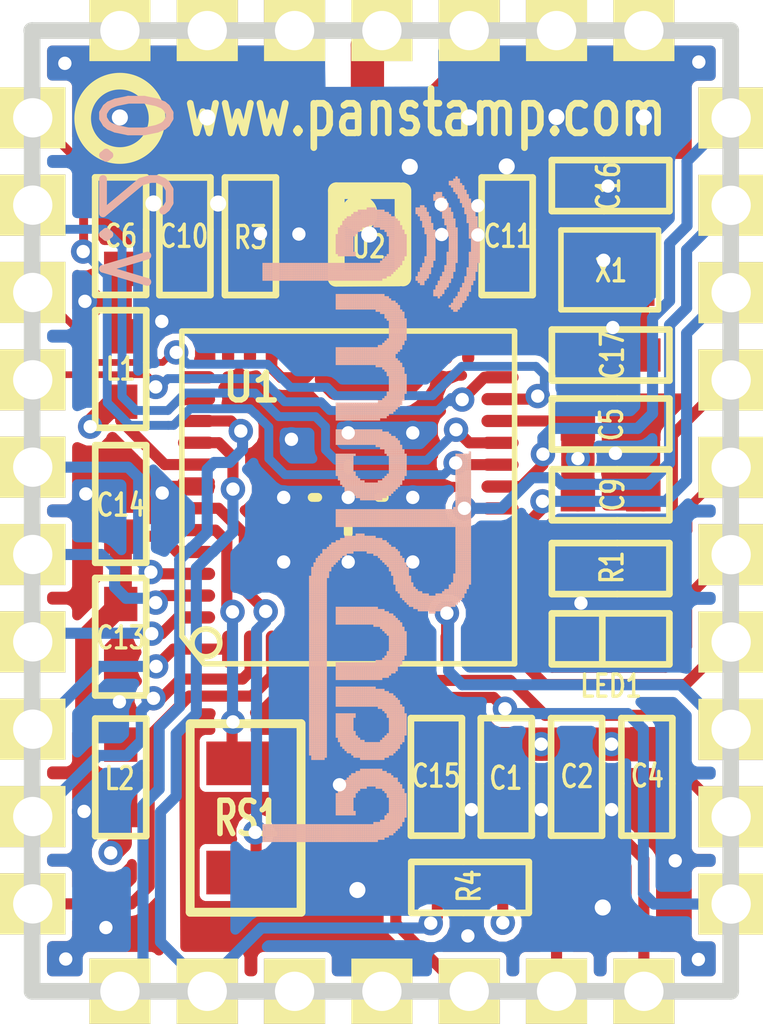
<source format=kicad_pcb>
(kicad_pcb (version 4) (host pcbnew "(2014-jul-16 BZR unknown)-product")
  (title_block (title "panStamp NRG") (date "10 Feb 2015") (rev 2.0) (company panStamp) (comment 1 "PCB material: 4-Layer FR4"))
  (layers (0 Front signal) (1 Ground power hide) (2 Power power hide) (31 Back signal) (34 B.Paste user) (35 F.Paste user) (36 B.SilkS user) (37 F.SilkS user) (38 B.Mask user) (39 F.Mask user) (44 Edge.Cuts user))
  (net 0 "")
  (net 1 /#RST/SBWTDIO)
  (net 2 /ANTENNA)
  (net 3 /I2C_SCL)
  (net 4 /I2C_SDA)
  (net 5 /P1.0)
  (net 6 /P1.1)
  (net 7 /P1.2)
  (net 8 /P1.5)
  (net 9 /P1.6)
  (net 10 /P2.0/A0)
  (net 11 /P2.1/A1)
  (net 12 /P2.2/A2)
  (net 13 /P2.3/A3)
  (net 14 /P2.4/A4)
  (net 15 /P2.5/A5)
  (net 16 /P2.6)
  (net 17 /P2.7)
  (net 18 /P3.0)
  (net 19 /P3.1)
  (net 20 /P3.2)
  (net 21 /P3.3)
  (net 22 /P3.4)
  (net 23 /P3.5)
  (net 24 /P3.6)
  (net 25 /P3.7)
  (net 26 /PJ.0)
  (net 27 /PJ.1)
  (net 28 /PJ.2)
  (net 29 /PJ.3)
  (net 30 /RF_N)
  (net 31 /RF_P)
  (net 32 /TEST/SBWTCK)
  (net 33 GND)
  (net 34 VCC)
  (net 35 "Net-(C10-Pad1)")
  (net 36 "Net-(C13-Pad2)")
  (net 37 "Net-(C15-Pad2)")
  (net 38 "Net-(C16-Pad1)")
  (net 39 "Net-(C17-Pad1)")
  (net 40 "Net-(LED1-Pad1)")
  (net 41 "Net-(R3-Pad1)")
  (net 42 "Net-(RS1-Pad1)")
  (net 43 "Net-(RS1-Pad2)")
  (net 44 /P1.7)
  (module mysmd:SM0603S (layer Front) (at 167.03 118.87 270)
    (fp_text reference C1 (at 0.03 0.01 360) (layer F.SilkS) (effects (font (size 0.508 0.381) (thickness 0.0762))))
    (fp_text value 10u hide)
    (pad 2 smd rect (at 0.7493 0 270) (size 0.7874 0.762) (layers Front F.Paste F.Mask) (net 33 GND))
    (pad 1 smd rect (at -0.7493 0 270) (size 0.7874 0.762) (layers Front F.Paste F.Mask) (net 34 VCC))
  )
  (module mysmd:SM0603S (layer Front) (at 168.64 118.87 270)
    (fp_text reference C2 (at -0.01 -0.01 360) (layer F.SilkS) (effects (font (size 0.508 0.381) (thickness 0.0762))))
    (fp_text value 1u hide)
    (pad 2 smd rect (at 0.7493 0 270) (size 0.7874 0.762) (layers Front F.Paste F.Mask) (net 33 GND))
    (pad 1 smd rect (at -0.7493 0 270) (size 0.7874 0.762) (layers Front F.Paste F.Mask) (net 34 VCC))
  )
  (module mysmd:SM0603S (layer Front) (at 170.25 118.87 270)
    (fp_text reference C4 (at -0.02 -0.01 360) (layer F.SilkS) (effects (font (size 0.508 0.381) (thickness 0.0762))))
    (fp_text value 100n hide)
    (pad 2 smd rect (at 0.7493 0 270) (size 0.7874 0.762) (layers Front F.Paste F.Mask) (net 33 GND))
    (pad 1 smd rect (at -0.7493 0 270) (size 0.7874 0.762) (layers Front F.Paste F.Mask) (net 34 VCC))
  )
  (module mysmd:SM0603S (layer Front) (at 169.42 110.79)
    (fp_text reference C5 (at 0.02 0.01 90) (layer F.SilkS) (effects (font (size 0.508 0.381) (thickness 0.0762))))
    (fp_text value 100n hide)
    (pad 2 smd rect (at 0.7493 0) (size 0.7874 0.762) (layers Front F.Paste F.Mask) (net 33 GND))
    (pad 1 smd rect (at -0.7493 0) (size 0.7874 0.762) (layers Front F.Paste F.Mask) (net 34 VCC))
  )
  (module mysmd:SM0603S (layer Front) (at 158.1982 106.4874 90)
    (fp_text reference C6 (at 0 0 180) (layer F.SilkS) (effects (font (size 0.508 0.381) (thickness 0.0762))))
    (fp_text value 100n hide)
    (pad 2 smd rect (at 0.7493 0 90) (size 0.7874 0.762) (layers Front F.Paste F.Mask) (net 33 GND))
    (pad 1 smd rect (at -0.7493 0 90) (size 0.7874 0.762) (layers Front F.Paste F.Mask) (net 35 "Net-(C10-Pad1)"))
  )
  (module mysmd:SM0603S (layer Front) (at 169.42 112.41)
    (fp_text reference C9 (at 0.05 0 90) (layer F.SilkS) (effects (font (size 0.508 0.381) (thickness 0.0762))))
    (fp_text value 10n hide)
    (pad 2 smd rect (at 0.7493 0) (size 0.7874 0.762) (layers Front F.Paste F.Mask) (net 33 GND))
    (pad 1 smd rect (at -0.7493 0) (size 0.7874 0.762) (layers Front F.Paste F.Mask) (net 34 VCC))
  )
  (module mysmd:SM0603S (layer Front) (at 159.67 106.49 90)
    (fp_text reference C10 (at 0 -0.0254 180) (layer F.SilkS) (effects (font (size 0.508 0.381) (thickness 0.0762))))
    (fp_text value 2p hide)
    (pad 2 smd rect (at 0.7493 0 90) (size 0.7874 0.762) (layers Front F.Paste F.Mask) (net 33 GND))
    (pad 1 smd rect (at -0.7493 0 90) (size 0.7874 0.762) (layers Front F.Paste F.Mask) (net 35 "Net-(C10-Pad1)"))
  )
  (module mysmd:SM0603S (layer Front) (at 167.05 106.49 90)
    (fp_text reference C11 (at 0 0.02 180) (layer F.SilkS) (effects (font (size 0.508 0.381) (thickness 0.0762))))
    (fp_text value 100n hide)
    (pad 2 smd rect (at 0.7493 0 90) (size 0.7874 0.762) (layers Front F.Paste F.Mask) (net 33 GND))
    (pad 1 smd rect (at -0.7493 0 90) (size 0.7874 0.762) (layers Front F.Paste F.Mask) (net 35 "Net-(C10-Pad1)"))
  )
  (module mysmd:SM0603S (layer Front) (at 158.2 115.66 90)
    (fp_text reference C13 (at -0.0254 0 180) (layer F.SilkS) (effects (font (size 0.508 0.381) (thickness 0.0762))))
    (fp_text value 100n hide)
    (pad 2 smd rect (at 0.7493 0 90) (size 0.7874 0.762) (layers Front F.Paste F.Mask) (net 36 "Net-(C13-Pad2)"))
    (pad 1 smd rect (at -0.7493 0 90) (size 0.7874 0.762) (layers Front F.Paste F.Mask) (net 33 GND))
  )
  (module mysmd:SM0603S (layer Front) (at 158.2 112.62 270)
    (fp_text reference C14 (at 0.0254 0 360) (layer F.SilkS) (effects (font (size 0.508 0.381) (thickness 0.0762))))
    (fp_text value 10u hide)
    (pad 2 smd rect (at 0.7493 0 270) (size 0.7874 0.762) (layers Front F.Paste F.Mask) (net 36 "Net-(C13-Pad2)"))
    (pad 1 smd rect (at -0.7493 0 270) (size 0.7874 0.762) (layers Front F.Paste F.Mask) (net 33 GND))
  )
  (module mysmd:SM0603S (layer Front) (at 165.43 118.87 90)
    (fp_text reference C15 (at 0.02 -0.01 180) (layer F.SilkS) (effects (font (size 0.508 0.381) (thickness 0.0762))))
    (fp_text value 470nF hide)
    (pad 2 smd rect (at 0.7493 0 90) (size 0.7874 0.762) (layers Front F.Paste F.Mask) (net 37 "Net-(C15-Pad2)"))
    (pad 1 smd rect (at -0.7493 0 90) (size 0.7874 0.762) (layers Front F.Paste F.Mask) (net 33 GND))
  )
  (module mysmd:SM0603S (layer Front) (at 169.42 105.33 180)
    (fp_text reference C16 (at 0.05 -0.01 270) (layer F.SilkS) (effects (font (size 0.508 0.381) (thickness 0.0762))))
    (fp_text value 12p hide)
    (pad 2 smd rect (at 0.7493 0 180) (size 0.7874 0.762) (layers Front F.Paste F.Mask) (net 33 GND))
    (pad 1 smd rect (at -0.7493 0 180) (size 0.7874 0.762) (layers Front F.Paste F.Mask) (net 38 "Net-(C16-Pad1)"))
  )
  (module mysmd:SM0603S (layer Front) (at 169.42 109.21)
    (fp_text reference C17 (at 0.04 0 270) (layer F.SilkS) (effects (font (size 0.508 0.381) (thickness 0.0762))))
    (fp_text value 12p hide)
    (pad 2 smd rect (at 0.7493 0) (size 0.7874 0.762) (layers Front F.Paste F.Mask) (net 33 GND))
    (pad 1 smd rect (at -0.7493 0) (size 0.7874 0.762) (layers Front F.Paste F.Mask) (net 39 "Net-(C17-Pad1)"))
  )
  (module mysmd:SM0603S_POL (layer Front) (at 169.42 115.71 180)
    (fp_text reference LED1 (at -0.01 -1.08 180) (layer F.SilkS) (effects (font (size 0.508 0.381) (thickness 0.0762))))
    (fp_text value LED hide)
    (pad 2 smd rect (at 0.7493 0 180) (size 0.7874 0.762) (layers Front F.Paste F.Mask) (net 33 GND))
    (pad 1 smd rect (at -0.7493 0 180) (size 0.7874 0.762) (layers Front F.Paste F.Mask) (net 40 "Net-(LED1-Pad1)"))
  )
  (module mysmd:SM0603S (layer Front) (at 169.42 114.1)
    (fp_text reference R1 (at 0.03 -0.03 90) (layer F.SilkS) (effects (font (size 0.508 0.381) (thickness 0.0762))))
    (fp_text value 1k hide)
    (pad 2 smd rect (at 0.7493 0) (size 0.7874 0.762) (layers Front F.Paste F.Mask) (net 40 "Net-(LED1-Pad1)"))
    (pad 1 smd rect (at -0.7493 0) (size 0.7874 0.762) (layers Front F.Paste F.Mask) (net 25 /P3.7))
  )
  (module mysmd:SM0603S (layer Front) (at 161.17 106.49 90)
    (fp_text reference R3 (at -0.03 0 180) (layer F.SilkS) (effects (font (size 0.508 0.381) (thickness 0.0762))))
    (fp_text value "56k(1%)" hide)
    (pad 2 smd rect (at 0.7493 0 90) (size 0.7874 0.762) (layers Front F.Paste F.Mask) (net 33 GND))
    (pad 1 smd rect (at -0.7493 0 90) (size 0.7874 0.762) (layers Front F.Paste F.Mask) (net 41 "Net-(R3-Pad1)"))
  )
  (module mysmd:SM0603S (layer Front) (at 166.2 121.4 180)
    (fp_text reference R4 (at 0.02 0.03 270) (layer F.SilkS) (effects (font (size 0.508 0.381) (thickness 0.0762))))
    (fp_text value 47k hide)
    (pad 2 smd rect (at 0.7493 0 180) (size 0.7874 0.762) (layers Front F.Paste F.Mask) (net 1 /#RST/SBWTDIO))
    (pad 1 smd rect (at -0.7493 0 180) (size 0.7874 0.762) (layers Front F.Paste F.Mask) (net 34 VCC))
  )
  (module mysmd:EPSON_F-135 (layer Front) (at 161.06 119.81 270)
    (fp_text reference RS1 (at 0.01 -0.03 360) (layer F.SilkS) (effects (font (size 0.762 0.508) (thickness 0.127))))
    (fp_text value 32.768KHz hide)
    (pad 1 smd rect (at -1.25 0 270) (size 1 1.8) (layers Front F.Paste F.Mask) (net 42 "Net-(RS1-Pad1)"))
    (pad 2 smd rect (at 1.25 0 270) (size 1 1.8) (layers Front F.Paste F.Mask) (net 43 "Net-(RS1-Pad2)"))
  )
  (module mysmd:VQFN48 (layer Front) (at 163.41 112.47 90)
    (fp_text reference U1 (at 2.52 -2.21 180) (layer F.SilkS) (effects (font (size 0.635 0.635) (thickness 0.127))))
    (fp_text value CC430F5137 hide)
    (pad 1 smd oval (at -3.47352 -2.74828 90) (size 0.85 0.28) (layers Front F.Paste F.Mask) (net 12 /P2.2/A2))
    (pad 2 smd oval (at -3.47352 -2.2479 90) (size 0.85 0.28) (layers Front F.Paste F.Mask) (net 11 /P2.1/A1))
    (pad 3 smd oval (at -3.47352 -1.74752 90) (size 0.85 0.28) (layers Front F.Paste F.Mask) (net 10 /P2.0/A0))
    (pad 4 smd oval (at -3.47352 -1.24714 90) (size 0.85 0.28) (layers Front F.Paste F.Mask) (net 44 /P1.7))
    (pad 5 smd oval (at -3.47352 -0.7493 90) (size 0.85 0.28) (layers Front F.Paste F.Mask) (net 9 /P1.6))
    (pad 6 smd oval (at -3.47352 -0.24892 90) (size 0.85 0.28) (layers Front F.Paste F.Mask) (net 8 /P1.5))
    (pad 7 smd oval (at -3.47352 0.25146 90) (size 0.85 0.28) (layers Front F.Paste F.Mask) (net 37 "Net-(C15-Pad2)"))
    (pad 8 smd oval (at -3.47352 0.75184 90) (size 0.85 0.28) (layers Front F.Paste F.Mask) (net 34 VCC))
    (pad 9 smd oval (at -3.47352 1.25222 90) (size 0.85 0.28) (layers Front F.Paste F.Mask) (net 3 /I2C_SCL))
    (pad 10 smd oval (at -3.47352 1.7526 90) (size 0.85 0.28) (layers Front F.Paste F.Mask) (net 4 /I2C_SDA))
    (pad 11 smd oval (at -3.47352 2.25298 90) (size 0.85 0.28) (layers Front F.Paste F.Mask) (net 7 /P1.2))
    (pad 12 smd oval (at -3.47352 2.75082 90) (size 0.85 0.28) (layers Front F.Paste F.Mask) (net 6 /P1.1))
    (pad 33 smd oval (at 3.47352 -1.25222 90) (size 0.85 0.28) (layers Front F.Paste F.Mask) (net 41 "Net-(R3-Pad1)"))
    (pad 34 smd oval (at 3.47352 -1.75006 90) (size 0.85 0.28) (layers Front F.Paste F.Mask) (net 35 "Net-(C10-Pad1)"))
    (pad 35 smd oval (at 3.47352 -2.25044 90) (size 0.85 0.28) (layers Front F.Paste F.Mask) (net 26 /PJ.0))
    (pad 36 smd oval (at 3.47352 -2.75082 90) (size 0.85 0.28) (layers Front F.Paste F.Mask) (net 27 /PJ.1))
    (pad 17 smd oval (at -0.7493 3.47606 90) (size 0.28 0.85) (layers Front F.Paste F.Mask) (net 22 /P3.4))
    (pad 18 smd oval (at -0.25146 3.47606 90) (size 0.28 0.85) (layers Front F.Paste F.Mask) (net 21 /P3.3))
    (pad 19 smd oval (at 0.24892 3.47606 90) (size 0.28 0.85) (layers Front F.Paste F.Mask) (net 20 /P3.2))
    (pad 20 smd oval (at 0.7493 3.47606 90) (size 0.28 0.85) (layers Front F.Paste F.Mask) (net 19 /P3.1))
    (pad 21 smd oval (at 1.24968 3.47606 90) (size 0.28 0.85) (layers Front F.Paste F.Mask) (net 18 /P3.0))
    (pad 22 smd oval (at 1.75006 3.47606 90) (size 0.28 0.85) (layers Front F.Paste F.Mask) (net 34 VCC))
    (pad 23 smd oval (at 2.25044 3.47606 90) (size 0.28 0.85) (layers Front F.Paste F.Mask) (net 17 /P2.7))
    (pad 24 smd oval (at 2.75082 3.47606 90) (size 0.28 0.85) (layers Front F.Paste F.Mask) (net 16 /P2.6))
    (pad 13 smd oval (at -2.74828 3.47606 90) (size 0.28 0.85) (layers Front F.Paste F.Mask) (net 5 /P1.0))
    (pad 14 smd oval (at -2.2479 3.47606 90) (size 0.28 0.85) (layers Front F.Paste F.Mask) (net 25 /P3.7))
    (pad 15 smd oval (at -1.74752 3.47606 90) (size 0.28 0.85) (layers Front F.Paste F.Mask) (net 24 /P3.6))
    (pad 16 smd oval (at -1.24968 3.47606 90) (size 0.28 0.85) (layers Front F.Paste F.Mask) (net 23 /P3.5))
    (pad 25 smd oval (at 3.47352 2.74828 90) (size 0.85 0.28) (layers Front F.Paste F.Mask) (net 39 "Net-(C17-Pad1)"))
    (pad 26 smd oval (at 3.47352 2.2479 90) (size 0.85 0.28) (layers Front F.Paste F.Mask) (net 38 "Net-(C16-Pad1)"))
    (pad 27 smd oval (at 3.47352 1.75006 90) (size 0.85 0.28) (layers Front F.Paste F.Mask) (net 35 "Net-(C10-Pad1)"))
    (pad 28 smd oval (at 3.47352 1.24968 90) (size 0.85 0.28) (layers Front F.Paste F.Mask) (net 35 "Net-(C10-Pad1)"))
    (pad 29 smd oval (at 3.47352 0.7493 90) (size 0.85 0.28) (layers Front F.Paste F.Mask) (net 31 /RF_P))
    (pad 30 smd oval (at 3.47352 0.24892 90) (size 0.85 0.28) (layers Front F.Paste F.Mask) (net 30 /RF_N))
    (pad 31 smd oval (at 3.47352 -0.25146 90) (size 0.85 0.28) (layers Front F.Paste F.Mask) (net 35 "Net-(C10-Pad1)"))
    (pad 32 smd oval (at 3.47352 -0.75184 90) (size 0.85 0.28) (layers Front F.Paste F.Mask) (net 35 "Net-(C10-Pad1)"))
    (pad 37 smd oval (at 2.75082 -3.47352 90) (size 0.28 0.85) (layers Front F.Paste F.Mask) (net 28 /PJ.2))
    (pad 38 smd oval (at 2.25044 -3.47352 90) (size 0.28 0.85) (layers Front F.Paste F.Mask) (net 29 /PJ.3))
    (pad 39 smd oval (at 1.75006 -3.47352 90) (size 0.28 0.85) (layers Front F.Paste F.Mask) (net 32 /TEST/SBWTCK))
    (pad 40 smd oval (at 1.25222 -3.47352 90) (size 0.28 0.85) (layers Front F.Paste F.Mask) (net 1 /#RST/SBWTDIO))
    (pad 41 smd oval (at 0.75184 -3.47352 90) (size 0.28 0.85) (layers Front F.Paste F.Mask) (net 34 VCC))
    (pad 42 smd oval (at 0.25146 -3.47352 90) (size 0.28 0.85) (layers Front F.Paste F.Mask) (net 33 GND))
    (pad 43 smd oval (at -0.24892 -3.47352 90) (size 0.28 0.85) (layers Front F.Paste F.Mask) (net 43 "Net-(RS1-Pad2)"))
    (pad 44 smd oval (at -0.7493 -3.47352 90) (size 0.28 0.85) (layers Front F.Paste F.Mask) (net 42 "Net-(RS1-Pad1)"))
    (pad 45 smd oval (at -1.24968 -3.47352 90) (size 0.28 0.85) (layers Front F.Paste F.Mask) (net 36 "Net-(C13-Pad2)"))
    (pad 46 smd oval (at -1.75006 -3.47352 90) (size 0.28 0.85) (layers Front F.Paste F.Mask) (net 15 /P2.5/A5))
    (pad 47 smd oval (at -2.2479 -3.47352 90) (size 0.28 0.85) (layers Front F.Paste F.Mask) (net 14 /P2.4/A4))
    (pad 48 smd oval (at -2.74828 -3.47352 90) (size 0.28 0.85) (layers Front F.Paste F.Mask) (net 13 /P2.3/A3))
    (pad VSS smd rect (at -1.47828 -1.47828 90) (size 1.15 1.15) (layers Front F.Paste F.Mask) (net 33 GND))
    (pad VSS smd rect (at 0 -1.47828 90) (size 1.15 1.15) (layers Front F.Paste F.Mask) (net 33 GND))
    (pad VSS smd rect (at 1.47828 -1.47828 90) (size 1.15 1.15) (layers Front F.Paste F.Mask) (net 33 GND))
    (pad VSS smd rect (at -1.47828 0 90) (size 1.15 1.15) (layers Front F.Paste F.Mask) (net 33 GND))
    (pad VSS smd rect (at 0 0 90) (size 1.15 1.15) (layers Front F.Paste F.Mask) (net 33 GND))
    (pad VSS smd rect (at 1.47828 0 90) (size 1.15 1.15) (layers Front F.Paste F.Mask) (net 33 GND))
    (pad VSS smd rect (at -1.47828 1.47828 90) (size 1.15 1.15) (layers Front F.Paste F.Mask) (net 33 GND))
    (pad VSS smd rect (at 0 1.47828 90) (size 1.15 1.15) (layers Front F.Paste F.Mask) (net 33 GND))
    (pad VSS smd rect (at 1.47828 1.47828 90) (size 1.15 1.15) (layers Front F.Paste F.Mask) (net 33 GND))
  )
  (module mysmd:JTI_Balun (layer Front) (at 163 105.8 270)
    (fp_text reference U2 (at 0.93 -0.88 360) (layer F.SilkS) (effects (font (size 0.508 0.381) (thickness 0.0762))))
    (fp_text value BALUN+FILTER hide)
    (pad 4 smd rect (at 1.30048 -1.8034 270) (size 0.39878 1.00076) (layers Front F.Paste F.Mask) (net 31 /RF_P))
    (pad 5 smd rect (at 0.65024 -1.8034 270) (size 0.39878 1.00076) (layers Front F.Paste F.Mask) (net 33 GND))
    (pad 6 smd rect (at 0 -1.8034 270) (size 0.39878 1.00076) (layers Front F.Paste F.Mask) (net 33 GND))
    (pad 1 smd rect (at 0 0 270) (size 0.39878 1.00076) (layers Front F.Paste F.Mask) (net 2 /ANTENNA))
    (pad 2 smd rect (at 0.65024 0 270) (size 0.39878 1.00076) (layers Front F.Paste F.Mask) (net 33 GND))
    (pad 3 smd rect (at 1.30048 0 270) (size 0.39878 1.00076) (layers Front F.Paste F.Mask) (net 30 /RF_N))
  )
  (module mysmd:SM0603S (layer Front) (at 158.2 109.53 90)
    (fp_text reference L1 (at 0 0 180) (layer F.SilkS) (effects (font (size 0.508 0.381) (thickness 0.0762))))
    (fp_text value 600R/200mA hide)
    (pad 2 smd rect (at 0.7493 0 90) (size 0.7874 0.762) (layers Front F.Paste F.Mask) (net 35 "Net-(C10-Pad1)"))
    (pad 1 smd rect (at -0.7493 0 90) (size 0.7874 0.762) (layers Front F.Paste F.Mask) (net 34 VCC))
  )
  (module mysmd:SM0603S (layer Front) (at 158.2 118.88 90)
    (fp_text reference L2 (at -0.0254 -0.0254 180) (layer F.SilkS) (effects (font (size 0.508 0.381) (thickness 0.0762))))
    (fp_text value 600R/200mA hide)
    (pad 2 smd rect (at 0.7493 0 90) (size 0.7874 0.762) (layers Front F.Paste F.Mask) (net 36 "Net-(C13-Pad2)"))
    (pad 1 smd rect (at -0.7493 0 90) (size 0.7874 0.762) (layers Front F.Paste F.Mask) (net 34 VCC))
  )
  (module mysmd:CASTELLATED_2MM_10 (layer Front) (at 156.1846 112.776 270)
    (fp_text reference P1 hide)
    (fp_text value CONN_01X10 hide)
    (pad 1 thru_hole rect (at -8.9986 0 90) (size 1.4 1.5) (drill 0.9) (layers *.Cu *.Mask F.SilkS) (net 19 /P3.1))
    (pad 2 thru_hole rect (at -6.9986 0 90) (size 1.4 1.5) (drill 0.9) (layers *.Cu *.Mask F.SilkS) (net 18 /P3.0))
    (pad 3 thru_hole rect (at -4.9986 0 90) (size 1.4 1.5) (drill 0.9) (layers *.Cu *.Mask F.SilkS) (net 17 /P2.7))
    (pad 4 thru_hole rect (at -2.9986 0 90) (size 1.4 1.5) (drill 0.9) (layers *.Cu *.Mask F.SilkS) (net 16 /P2.6))
    (pad 5 thru_hole rect (at -0.9986 0 90) (size 1.4 1.5) (drill 0.9) (layers *.Cu *.Mask F.SilkS) (net 15 /P2.5/A5))
    (pad 6 thru_hole rect (at 1.0014 0 90) (size 1.4 1.5) (drill 0.9) (layers *.Cu *.Mask F.SilkS) (net 14 /P2.4/A4))
    (pad 7 thru_hole rect (at 3.0014 0 90) (size 1.4 1.5) (drill 0.9) (layers *.Cu *.Mask F.SilkS) (net 13 /P2.3/A3))
    (pad 8 thru_hole rect (at 5.0014 0 90) (size 1.4 1.5) (drill 0.9) (layers *.Cu *.Mask F.SilkS) (net 12 /P2.2/A2))
    (pad 9 thru_hole rect (at 7.0014 0 90) (size 1.4 1.5) (drill 0.9) (layers *.Cu *.Mask F.SilkS) (net 11 /P2.1/A1))
    (pad 10 thru_hole rect (at 9.0014 0 90) (size 1.4 1.5) (drill 0.9) (layers *.Cu *.Mask F.SilkS) (net 10 /P2.0/A0))
  )
  (module mysmd:CASTELLATED_2MM_10 (layer Front) (at 172.18 112.78 270)
    (fp_text reference P2 hide)
    (fp_text value CONN_01X10 hide)
    (pad 1 thru_hole rect (at -8.9986 0 90) (size 1.4 1.5) (drill 0.9) (layers *.Cu *.Mask F.SilkS) (net 20 /P3.2))
    (pad 2 thru_hole rect (at -6.9986 0 90) (size 1.4 1.5) (drill 0.9) (layers *.Cu *.Mask F.SilkS) (net 21 /P3.3))
    (pad 3 thru_hole rect (at -4.9986 0 90) (size 1.4 1.5) (drill 0.9) (layers *.Cu *.Mask F.SilkS) (net 22 /P3.4))
    (pad 4 thru_hole rect (at -2.9986 0 90) (size 1.4 1.5) (drill 0.9) (layers *.Cu *.Mask F.SilkS) (net 23 /P3.5))
    (pad 5 thru_hole rect (at -0.9986 0 90) (size 1.4 1.5) (drill 0.9) (layers *.Cu *.Mask F.SilkS) (net 24 /P3.6))
    (pad 6 thru_hole rect (at 1.0014 0 90) (size 1.4 1.5) (drill 0.9) (layers *.Cu *.Mask F.SilkS) (net 5 /P1.0))
    (pad 7 thru_hole rect (at 3.0014 0 90) (size 1.4 1.5) (drill 0.9) (layers *.Cu *.Mask F.SilkS) (net 6 /P1.1))
    (pad 8 thru_hole rect (at 5.0014 0 90) (size 1.4 1.5) (drill 0.9) (layers *.Cu *.Mask F.SilkS) (net 7 /P1.2))
    (pad 9 thru_hole rect (at 7.0014 0 90) (size 1.4 1.5) (drill 0.9) (layers *.Cu *.Mask F.SilkS) (net 4 /I2C_SDA))
    (pad 10 thru_hole rect (at 9.0014 0 90) (size 1.4 1.5) (drill 0.9) (layers *.Cu *.Mask F.SilkS) (net 3 /I2C_SCL))
  )
  (module mysmd:CASTELLATED_2MM_7 (layer Front) (at 164.18 123.78)
    (fp_text reference P3 hide)
    (fp_text value CONN_01X07 hide)
    (pad 1 thru_hole rect (at -5.9986 0 180) (size 1.4 1.5) (drill 0.9) (layers *.Cu *.Mask F.SilkS) (net 32 /TEST/SBWTCK))
    (pad 2 thru_hole rect (at -3.9986 0 180) (size 1.4 1.5) (drill 0.9) (layers *.Cu *.Mask F.SilkS) (net 1 /#RST/SBWTDIO))
    (pad 3 thru_hole rect (at -1.9986 0 180) (size 1.4 1.5) (drill 0.9) (layers *.Cu *.Mask F.SilkS) (net 34 VCC))
    (pad 4 thru_hole rect (at 0.0014 0 180) (size 1.4 1.5) (drill 0.9) (layers *.Cu *.Mask F.SilkS) (net 33 GND))
    (pad 5 thru_hole rect (at 2.0014 0 180) (size 1.4 1.5) (drill 0.9) (layers *.Cu *.Mask F.SilkS) (net 44 /P1.7))
    (pad 6 thru_hole rect (at 4.0014 0 180) (size 1.4 1.5) (drill 0.9) (layers *.Cu *.Mask F.SilkS) (net 9 /P1.6))
    (pad 7 thru_hole rect (at 6.0014 0 180) (size 1.4 1.5) (drill 0.9) (layers *.Cu *.Mask F.SilkS) (net 8 /P1.5))
  )
  (module mysmd:FCX-162 (layer Front) (at 169.4 107.26 180)
    (fp_text reference X1 (at -0.03 -0.02 180) (layer F.SilkS) (effects (font (size 0.508 0.381) (thickness 0.0762))))
    (fp_text value 26MHz hide)
    (pad 4 smd rect (at -0.65 -0.5) (size 0.75 0.65) (layers Front F.Paste F.Mask) (net 33 GND))
    (pad 3 smd rect (at 0.65 -0.5) (size 0.75 0.65) (layers Front F.Paste F.Mask) (net 39 "Net-(C17-Pad1)"))
    (pad 2 smd rect (at 0.65 0.5) (size 0.75 0.65) (layers Front F.Paste F.Mask) (net 33 GND))
    (pad 1 smd rect (at -0.65 0.5) (size 0.75 0.65) (layers Front F.Paste F.Mask) (net 38 "Net-(C16-Pad1)"))
  )
  (module mysmd:CASTELLATED_2MM_7 (layer Front) (at 164.18 101.78)
    (fp_text reference P4 hide)
    (fp_text value CONN_01X07 hide)
    (pad 1 thru_hole rect (at -5.9986 0 180) (size 1.4 1.4) (drill 0.9) (layers *.Cu *.Mask F.SilkS) (net 33 GND))
    (pad 2 thru_hole rect (at -3.9986 0 180) (size 1.4 1.4) (drill 0.9) (layers *.Cu *.Mask F.SilkS) (net 33 GND))
    (pad 3 thru_hole rect (at -1.9986 0 180) (size 1.4 1.4) (drill 0.9) (layers *.Cu *.Mask F.SilkS) (net 33 GND))
    (pad 4 thru_hole rect (at 0.0014 0 180) (size 1.4 1.4) (drill 0.9) (layers *.Cu *.Mask F.SilkS) (net 2 /ANTENNA))
    (pad 5 thru_hole rect (at 2.0014 0 180) (size 1.4 1.4) (drill 0.9) (layers *.Cu *.Mask F.SilkS) (net 33 GND))
    (pad 6 thru_hole rect (at 4.0014 0 180) (size 1.4 1.4) (drill 0.9) (layers *.Cu *.Mask F.SilkS) (net 33 GND))
    (pad 7 thru_hole rect (at 6.0014 0 180) (size 1.4 1.4) (drill 0.9) (layers *.Cu *.Mask F.SilkS) (net 33 GND))
  )
  (module old_mymods:PANSTAMPLOGO (layer Back) (at 166.73 120.36 90)
    (fp_text reference G*** hide)
    (fp_text value PANSTAMPLOGO hide)
  )
  (gr_text v.2.0 (at 158.49 105.42 270) (layer B.SilkS) (effects (font (size 1.524 1.27) (thickness 0.1778)) (justify mirror)))
  (gr_text www.panstamp.com (at 165.18 103.66) (layer F.SilkS) (effects (font (size 1.016 0.762) (thickness 0.1524))))
  (gr_circle (center 158.18 103.79) (end 158.13 102.94) (layer F.SilkS) (width 0.381))
  (gr_line (start 156.17 101.78) (end 156.16 101.78) (angle 90) (layer Edge.Cuts) (width 0.381))
  (gr_line (start 156.17 123.78) (end 156.17 101.78) (angle 90) (layer Edge.Cuts) (width 0.381))
  (gr_line (start 172.17 123.78) (end 156.17 123.78) (angle 90) (layer Edge.Cuts) (width 0.381))
  (gr_line (start 172.17 101.78) (end 172.17 123.78) (angle 90) (layer Edge.Cuts) (width 0.381))
  (gr_line (start 156.17 101.78) (end 172.17 101.78) (angle 90) (layer Edge.Cuts) (width 0.381))
  (segment (start 165.4507 121.4) (end 165.4507 122.0693) (width 0.254) (layer Front) (net 1))
  (segment (start 161.42 122.33) (end 160.1814 123.5686) (width 0.254) (layer Back) (net 1))
  (segment (start 165.19 122.33) (end 161.42 122.33) (width 0.254) (layer Back) (net 1))
  (segment (start 165.3 122.22) (end 165.19 122.33) (width 0.254) (layer Back) (net 1))
  (via (at 165.3 122.22) (size 0.5588) (layers Front Back) (net 1))
  (segment (start 165.4507 122.0693) (end 165.3 122.22) (width 0.254) (layer Front) (net 1))
  (segment (start 160.1814 123.5686) (end 160.1814 123.78) (width 0.254) (layer Back) (net 1))
  (segment (start 160.31 113.72) (end 160.301002 113.72) (width 0.254) (layer Back) (net 1))
  (segment (start 159.11 122.65) (end 160.1814 123.7214) (width 0.254) (layer Back) (net 1))
  (segment (start 159.11 119.671002) (end 159.11 122.65) (width 0.254) (layer Back) (net 1))
  (segment (start 159.47 119.311002) (end 159.11 119.671002) (width 0.254) (layer Back) (net 1))
  (segment (start 159.47 117.881002) (end 159.47 119.311002) (width 0.254) (layer Back) (net 1))
  (segment (start 159.931002 117.42) (end 159.47 117.881002) (width 0.254) (layer Back) (net 1))
  (segment (start 159.931002 114.09) (end 159.931002 117.42) (width 0.254) (layer Back) (net 1))
  (segment (start 160.301002 113.72) (end 159.931002 114.09) (width 0.254) (layer Back) (net 1))
  (segment (start 160.1814 123.7214) (end 160.1814 123.78) (width 0.254) (layer Back) (net 1))
  (segment (start 159.7793 123.3779) (end 160.1814 123.78) (width 0.508) (layer Front) (net 1))
  (segment (start 160.2 123.7614) (end 160.1814 123.78) (width 0.254) (layer Back) (net 1))
  (segment (start 160.44778 111.21778) (end 160.77 111.54) (width 0.254) (layer Front) (net 1))
  (segment (start 160.77 111.54) (end 160.77 112.28) (width 0.254) (layer Front) (net 1))
  (via (at 160.77 112.28) (size 0.5588) (layers Front Back) (net 1))
  (segment (start 160.77 112.28) (end 160.77 113.26) (width 0.254) (layer Back) (net 1))
  (segment (start 159.93648 111.21778) (end 160.44778 111.21778) (width 0.254) (layer Front) (net 1))
  (segment (start 160.31 113.72) (end 160.77 113.26) (width 0.254) (layer Back) (net 1))
  (segment (start 163 105.56) (end 163 104.44) (width 0.762) (layer Front) (net 2))
  (segment (start 163.85 103.59) (end 163.85 102.1114) (width 0.762) (layer Front) (net 2))
  (segment (start 163 104.44) (end 163.85 103.59) (width 0.762) (layer Front) (net 2))
  (segment (start 163.85 102.1114) (end 164.1814 101.78) (width 0.762) (layer Front) (net 2))
  (segment (start 163 105.8) (end 163 105.56) (width 0.254) (layer Front) (net 2))
  (segment (start 163 105.56) (end 163 105.28) (width 0.254) (layer Front) (net 2))
  (segment (start 163 105.8) (end 163.21 105.8) (width 0.254) (layer Front) (net 2))
  (segment (start 163.61 102.3514) (end 164.1814 101.78) (width 0.254) (layer Front) (net 2))
  (segment (start 164.1814 101.9786) (end 164.1814 101.78) (width 0.254) (layer Front) (net 2))
  (segment (start 164.66222 115.94352) (end 164.66222 116.67222) (width 0.254) (layer Front) (net 3))
  (segment (start 170.4114 121.7814) (end 172.18 121.7814) (width 0.254) (layer Back) (net 3))
  (segment (start 170.17 121.54) (end 170.4114 121.7814) (width 0.254) (layer Back) (net 3))
  (segment (start 170.17 117.78) (end 170.17 121.54) (width 0.254) (layer Back) (net 3))
  (segment (start 169.81 117.42) (end 170.17 117.78) (width 0.254) (layer Back) (net 3))
  (segment (start 167.11 117.42) (end 169.81 117.42) (width 0.254) (layer Back) (net 3))
  (segment (start 167 117.31) (end 167.11 117.42) (width 0.254) (layer Back) (net 3))
  (via (at 167 117.31) (size 0.5588) (layers Front Back) (net 3))
  (segment (start 166.74 117.05) (end 167 117.31) (width 0.254) (layer Front) (net 3))
  (segment (start 165.04 117.05) (end 166.74 117.05) (width 0.254) (layer Front) (net 3))
  (segment (start 164.66222 116.67222) (end 165.04 117.05) (width 0.254) (layer Front) (net 3))
  (segment (start 166.15 116.66) (end 167.12 116.66) (width 0.254) (layer Front) (net 4))
  (segment (start 171.07 118.78) (end 172.0714 119.7814) (width 0.254) (layer Front) (net 4))
  (segment (start 171.07 117.75) (end 171.07 118.78) (width 0.254) (layer Front) (net 4))
  (segment (start 170.78 117.46) (end 171.07 117.75) (width 0.254) (layer Front) (net 4))
  (segment (start 167.92 117.46) (end 170.78 117.46) (width 0.254) (layer Front) (net 4))
  (segment (start 167.12 116.66) (end 167.92 117.46) (width 0.254) (layer Front) (net 4))
  (segment (start 172.0714 119.7814) (end 172.18 119.7814) (width 0.254) (layer Front) (net 4))
  (segment (start 165.1626 115.94352) (end 165.1626 116.4426) (width 0.254) (layer Front) (net 4))
  (segment (start 165.38 116.66) (end 166.15 116.66) (width 0.254) (layer Front) (net 4))
  (segment (start 166.15 116.66) (end 166.16 116.66) (width 0.254) (layer Front) (net 4))
  (segment (start 165.1626 116.4426) (end 165.38 116.66) (width 0.254) (layer Front) (net 4))
  (segment (start 168.08 116.36) (end 170.68 116.36) (width 0.254) (layer Front) (net 5))
  (segment (start 170.68 116.36) (end 171.16 115.88) (width 0.254) (layer Front) (net 5))
  (segment (start 166.88606 115.21828) (end 166.93828 115.21828) (width 0.254) (layer Front) (net 5))
  (segment (start 166.93828 115.21828) (end 168.08 116.36) (width 0.254) (layer Front) (net 5))
  (segment (start 171.16 115.88) (end 171.16 114.77) (width 0.254) (layer Front) (net 5))
  (segment (start 171.16 114.77) (end 172.1486 113.7814) (width 0.254) (layer Front) (net 5))
  (segment (start 172.1486 113.7814) (end 172.18 113.7814) (width 0.254) (layer Front) (net 5))
  (segment (start 167.915 116.755) (end 171.135 116.755) (width 0.254) (layer Front) (net 6))
  (segment (start 171.135 116.755) (end 172.1086 115.7814) (width 0.254) (layer Front) (net 6))
  (segment (start 172.1086 115.7814) (end 172.18 115.7814) (width 0.254) (layer Front) (net 6))
  (segment (start 166.16082 115.94352) (end 167.10352 115.94352) (width 0.254) (layer Front) (net 6))
  (segment (start 167.10352 115.94352) (end 167.915 116.755) (width 0.254) (layer Front) (net 6))
  (segment (start 172.18 115.8) (end 172.18 115.7814) (width 0.254) (layer Front) (net 6))
  (segment (start 165.66298 115.94352) (end 165.66298 115.12702) (width 0.254) (layer Front) (net 7))
  (segment (start 171.02 116.76) (end 172.0414 117.7814) (width 0.254) (layer Back) (net 7))
  (segment (start 166.02 116.76) (end 171.02 116.76) (width 0.254) (layer Back) (net 7))
  (segment (start 165.71 116.45) (end 166.02 116.76) (width 0.254) (layer Back) (net 7))
  (segment (start 165.71 115.16) (end 165.71 116.45) (width 0.254) (layer Back) (net 7))
  (segment (start 165.67 115.12) (end 165.71 115.16) (width 0.254) (layer Back) (net 7))
  (via (at 165.67 115.12) (size 0.5588) (layers Front Back) (net 7))
  (segment (start 165.66298 115.12702) (end 165.67 115.12) (width 0.254) (layer Front) (net 7))
  (segment (start 172.0414 117.7814) (end 172.18 117.7814) (width 0.254) (layer Back) (net 7))
  (segment (start 164.59 119.71) (end 164.59 119.92) (width 0.254) (layer Front) (net 8))
  (segment (start 169.7 120.27) (end 170.1814 120.7514) (width 0.254) (layer Front) (net 8))
  (segment (start 164.94 120.27) (end 169.7 120.27) (width 0.254) (layer Front) (net 8))
  (segment (start 164.59 119.92) (end 164.94 120.27) (width 0.254) (layer Front) (net 8))
  (segment (start 170.1814 120.7514) (end 170.1814 121.2114) (width 0.254) (layer Front) (net 8))
  (segment (start 163.16108 115.94352) (end 163.16108 117.049898) (width 0.254) (layer Front) (net 8))
  (segment (start 170.1814 121.2114) (end 170.1814 123.78) (width 0.254) (layer Front) (net 8))
  (segment (start 164.59 118.48) (end 164.59 119.71) (width 0.254) (layer Front) (net 8))
  (segment (start 164.28 118.17) (end 164.59 118.48) (width 0.254) (layer Front) (net 8))
  (segment (start 164.28 118.168818) (end 164.28 118.17) (width 0.254) (layer Front) (net 8))
  (segment (start 163.16108 117.049898) (end 164.28 118.168818) (width 0.254) (layer Front) (net 8))
  (segment (start 164.73 120.68) (end 167.81 120.68) (width 0.254) (layer Front) (net 9))
  (segment (start 167.81 120.68) (end 168.1814 121.0514) (width 0.254) (layer Front) (net 9))
  (segment (start 164.2 119.75) (end 164.2 120.15) (width 0.254) (layer Front) (net 9))
  (segment (start 168.1814 121.0514) (end 168.1814 121.6214) (width 0.254) (layer Front) (net 9))
  (segment (start 164.2 120.15) (end 164.73 120.68) (width 0.254) (layer Front) (net 9))
  (segment (start 162.6607 115.94352) (end 162.6607 117.1107) (width 0.254) (layer Front) (net 9))
  (segment (start 168.1814 121.6214) (end 168.1814 123.78) (width 0.254) (layer Front) (net 9))
  (segment (start 164.2 118.65) (end 164.2 119.75) (width 0.254) (layer Front) (net 9))
  (segment (start 162.6607 117.1107) (end 164.2 118.65) (width 0.254) (layer Front) (net 9))
  (segment (start 161.66248 115.94352) (end 161.66248 116.55752) (width 0.254) (layer Front) (net 10))
  (segment (start 158.4426 121.7774) (end 156.1846 121.7774) (width 0.254) (layer Front) (net 10))
  (segment (start 158.85 121.37) (end 158.4426 121.7774) (width 0.254) (layer Front) (net 10))
  (segment (start 158.85 117.94) (end 158.85 121.37) (width 0.254) (layer Front) (net 10))
  (segment (start 159.77 117.02) (end 158.85 117.94) (width 0.254) (layer Front) (net 10))
  (segment (start 161.2 117.02) (end 159.77 117.02) (width 0.254) (layer Front) (net 10))
  (segment (start 161.66248 116.55752) (end 161.2 117.02) (width 0.254) (layer Front) (net 10))
  (segment (start 156.2926 119.7774) (end 156.1846 119.7774) (width 0.254) (layer Back) (net 11))
  (segment (start 161.1621 116.4579) (end 160.99 116.63) (width 0.254) (layer Front) (net 11))
  (segment (start 160.99 116.63) (end 159.57 116.63) (width 0.254) (layer Front) (net 11))
  (segment (start 159.57 116.63) (end 159.13 117.07) (width 0.254) (layer Front) (net 11))
  (segment (start 159.13 117.07) (end 158.95 117.07) (width 0.254) (layer Front) (net 11))
  (via (at 158.95 117.07) (size 0.5588) (layers Front Back) (net 11))
  (segment (start 158.95 117.07) (end 158.67 117.35) (width 0.254) (layer Back) (net 11))
  (segment (start 158.67 117.35) (end 158.67 118.05) (width 0.254) (layer Back) (net 11))
  (segment (start 158.67 118.05) (end 158.34 118.38) (width 0.254) (layer Back) (net 11))
  (segment (start 158.34 118.38) (end 157.69 118.38) (width 0.254) (layer Back) (net 11))
  (segment (start 157.69 118.38) (end 156.2926 119.7774) (width 0.254) (layer Back) (net 11))
  (segment (start 161.1621 115.94352) (end 161.1621 116.4579) (width 0.254) (layer Front) (net 11))
  (segment (start 159.01 116.34) (end 157.72 116.34) (width 0.254) (layer Back) (net 12))
  (segment (start 157.72 116.34) (end 156.2826 117.7774) (width 0.254) (layer Back) (net 12))
  (segment (start 156.2826 117.7774) (end 156.1846 117.7774) (width 0.254) (layer Back) (net 12))
  (segment (start 159.40648 115.94352) (end 159.01 116.34) (width 0.254) (layer Front) (net 12))
  (via (at 159.01 116.34) (size 0.5588) (layers Front Back) (net 12))
  (segment (start 160.66172 115.94352) (end 159.40648 115.94352) (width 0.254) (layer Front) (net 12))
  (segment (start 156.382 115.58) (end 156.1846 115.7774) (width 0.254) (layer Back) (net 13))
  (segment (start 158.9 115.58) (end 156.382 115.58) (width 0.254) (layer Back) (net 13))
  (segment (start 158.91 115.59) (end 158.9 115.58) (width 0.254) (layer Back) (net 13))
  (via (at 158.91 115.59) (size 0.5588) (layers Front Back) (net 13))
  (segment (start 159.14 115.59) (end 158.91 115.59) (width 0.254) (layer Front) (net 13))
  (segment (start 159.51172 115.21828) (end 159.14 115.59) (width 0.254) (layer Front) (net 13))
  (segment (start 159.93648 115.21828) (end 159.51172 115.21828) (width 0.254) (layer Front) (net 13))
  (segment (start 159.1621 114.7179) (end 159 114.88) (width 0.254) (layer Front) (net 14))
  (via (at 159 114.88) (size 0.5588) (layers Front Back) (net 14))
  (segment (start 159 114.88) (end 158.9 114.78) (width 0.254) (layer Back) (net 14))
  (segment (start 158.9 114.78) (end 158.32 114.78) (width 0.254) (layer Back) (net 14))
  (segment (start 158.32 114.78) (end 158.06 114.52) (width 0.254) (layer Back) (net 14))
  (segment (start 158.06 114.52) (end 158.06 114.1) (width 0.254) (layer Back) (net 14))
  (segment (start 157.7574 113.7774) (end 156.1846 113.7774) (width 0.254) (layer Back) (net 14))
  (segment (start 159.93648 114.7179) (end 159.1621 114.7179) (width 0.254) (layer Front) (net 14))
  (segment (start 158.06 114.08) (end 157.7574 113.7774) (width 0.254) (layer Back) (net 14))
  (segment (start 158.06 114.1) (end 158.06 114.08) (width 0.254) (layer Back) (net 14))
  (segment (start 158.93006 114.22006) (end 158.89 114.18) (width 0.254) (layer Front) (net 15))
  (via (at 158.89 114.18) (size 0.5588) (layers Front Back) (net 15))
  (segment (start 158.89 114.18) (end 158.61 113.9) (width 0.254) (layer Back) (net 15))
  (segment (start 158.61 113.9) (end 158.61 112.02) (width 0.254) (layer Back) (net 15))
  (segment (start 158.61 112.02) (end 158.3674 111.7774) (width 0.254) (layer Back) (net 15))
  (segment (start 158.3674 111.7774) (end 156.1846 111.7774) (width 0.254) (layer Back) (net 15))
  (segment (start 159.93648 114.22006) (end 158.93006 114.22006) (width 0.254) (layer Front) (net 15))
  (segment (start 162.68 110.280202) (end 162.787178 110.280202) (width 0.2032) (layer Back) (net 16))
  (segment (start 165.763488 110.183488) (end 165.763488 110.280202) (width 0.2032) (layer Back) (net 16))
  (segment (start 165.466976 110.48) (end 165.763488 110.183488) (width 0.2032) (layer Back) (net 16))
  (segment (start 162.986976 110.48) (end 165.466976 110.48) (width 0.2032) (layer Back) (net 16))
  (segment (start 162.787178 110.280202) (end 162.986976 110.48) (width 0.2032) (layer Back) (net 16))
  (segment (start 161.420202 109.750202) (end 161.423226 109.750202) (width 0.2032) (layer Back) (net 16))
  (segment (start 165.969798 110.280202) (end 166.02 110.23) (width 0.2032) (layer Back) (net 16))
  (segment (start 161.953226 110.280202) (end 162.68 110.280202) (width 0.2032) (layer Back) (net 16))
  (segment (start 165.763488 110.280202) (end 165.969798 110.280202) (width 0.2032) (layer Back) (net 16))
  (segment (start 161.423226 109.750202) (end 161.953226 110.280202) (width 0.2032) (layer Back) (net 16))
  (via (at 166.02 110.23) (size 0.5588) (layers Front Back) (net 16))
  (segment (start 166.53082 109.71918) (end 166.02 110.23) (width 0.254) (layer Front) (net 16))
  (segment (start 160.82 109.750202) (end 161.420202 109.750202) (width 0.2032) (layer Back) (net 16))
  (via (at 159 109.94) (size 0.5588) (layers Front Back) (net 16))
  (segment (start 159.09 109.94) (end 159.279798 109.750202) (width 0.2032) (layer Back) (net 16))
  (segment (start 159.279798 109.750202) (end 160.82 109.750202) (width 0.2032) (layer Back) (net 16))
  (segment (start 159 109.94) (end 159.09 109.94) (width 0.2032) (layer Back) (net 16))
  (segment (start 159 109.94) (end 159 109.869402) (width 0.1524) (layer Front) (net 16))
  (segment (start 158.790598 109.66) (end 156.302 109.66) (width 0.1524) (layer Front) (net 16))
  (segment (start 159 109.869402) (end 158.790598 109.66) (width 0.1524) (layer Front) (net 16))
  (segment (start 156.302 109.66) (end 156.1846 109.7774) (width 0.1524) (layer Front) (net 16))
  (segment (start 159 109.94) (end 159 109.95) (width 0.2032) (layer Front) (net 16))
  (segment (start 166.88606 109.71918) (end 166.53082 109.71918) (width 0.254) (layer Front) (net 16))
  (segment (start 156.2172 109.81) (end 156.1846 109.7774) (width 0.254) (layer Back) (net 16))
  (segment (start 156.2072 109.8) (end 156.1846 109.7774) (width 0.254) (layer Back) (net 16))
  (segment (start 162.74 109.95) (end 162.930202 109.95) (width 0.2032) (layer Back) (net 17))
  (segment (start 165.34 110.14) (end 165.53 109.95) (width 0.2032) (layer Back) (net 17))
  (segment (start 163.120202 110.14) (end 165.34 110.14) (width 0.2032) (layer Back) (net 17))
  (segment (start 162.930202 109.95) (end 163.120202 110.14) (width 0.2032) (layer Back) (net 17))
  (segment (start 162.74 109.95) (end 162.09 109.95) (width 0.2032) (layer Back) (net 17))
  (segment (start 162.09 109.95) (end 161.99 109.85) (width 0.2032) (layer Back) (net 17))
  (segment (start 165.53 109.95) (end 166.01 109.47) (width 0.2032) (layer Back) (net 17))
  (segment (start 161.12 109.42) (end 161.56 109.42) (width 0.2032) (layer Back) (net 17))
  (segment (start 161.56 109.42) (end 161.99 109.85) (width 0.2032) (layer Back) (net 17))
  (segment (start 159.47 109.15) (end 159.74 109.42) (width 0.2032) (layer Back) (net 17))
  (segment (start 159.74 109.42) (end 161.12 109.42) (width 0.2032) (layer Back) (net 17))
  (segment (start 166.01 109.47) (end 167.71 109.47) (width 0.2032) (layer Back) (net 17))
  (segment (start 167.71 109.47) (end 167.9 109.66) (width 0.2032) (layer Back) (net 17))
  (segment (start 167.9 109.66) (end 167.9 110) (width 0.2032) (layer Back) (net 17))
  (segment (start 167.9 110) (end 167.75 110.15) (width 0.2032) (layer Back) (net 17))
  (segment (start 156.3474 107.7774) (end 156.1846 107.7774) (width 0.1524) (layer Front) (net 17))
  (segment (start 159.47 109.15) (end 159.39 109.15) (width 0.1524) (layer Front) (net 17))
  (segment (start 159.16 109.38) (end 157.62 109.38) (width 0.1524) (layer Front) (net 17))
  (segment (start 159.39 109.15) (end 159.16 109.38) (width 0.1524) (layer Front) (net 17))
  (via (at 159.47 109.15) (size 0.5588) (layers Front Back) (net 17))
  (segment (start 156.5374 107.7774) (end 156.1846 107.7774) (width 0.254) (layer Front) (net 17))
  (segment (start 166.88606 110.21956) (end 167.68044 110.21956) (width 0.254) (layer Front) (net 17))
  (via (at 167.75 110.15) (size 0.5588) (layers Front Back) (net 17))
  (segment (start 167.68044 110.21956) (end 167.75 110.15) (width 0.254) (layer Front) (net 17))
  (segment (start 156.4674 107.7774) (end 156.1846 107.7774) (width 0.254) (layer Back) (net 17))
  (segment (start 157.62 109.38) (end 157.565 109.325) (width 0.1524) (layer Front) (net 17))
  (segment (start 157.27 109.03) (end 157.27 108.7) (width 0.1524) (layer Front) (net 17))
  (segment (start 157.27 108.7) (end 156.3474 107.7774) (width 0.1524) (layer Front) (net 17))
  (segment (start 157.565 109.325) (end 157.27 109.03) (width 0.1524) (layer Front) (net 17))
  (segment (start 161.61 110.41) (end 161.82 110.62) (width 0.2032) (layer Back) (net 18))
  (segment (start 161.82 110.62) (end 162.66 110.62) (width 0.2032) (layer Back) (net 18))
  (segment (start 162.89 111.38) (end 163.129798 111.619798) (width 0.2032) (layer Back) (net 18))
  (segment (start 162.89 110.85) (end 162.89 111.38) (width 0.2032) (layer Back) (net 18))
  (segment (start 162.66 110.62) (end 162.89 110.85) (width 0.2032) (layer Back) (net 18))
  (segment (start 165.88 110.95) (end 165.88 110.92) (width 0.2032) (layer Back) (net 18))
  (segment (start 165.210202 111.619798) (end 165.88 110.95) (width 0.2032) (layer Back) (net 18))
  (segment (start 163.129798 111.619798) (end 165.210202 111.619798) (width 0.2032) (layer Back) (net 18))
  (segment (start 161.528488 110.331512) (end 161.531512 110.331512) (width 0.2032) (layer Back) (net 18))
  (segment (start 161.531512 110.331512) (end 161.61 110.41) (width 0.2032) (layer Back) (net 18))
  (segment (start 166.88606 111.22032) (end 166.18032 111.22032) (width 0.254) (layer Front) (net 18))
  (segment (start 166.18032 111.22032) (end 165.88 110.92) (width 0.254) (layer Front) (net 18))
  (via (at 165.88 110.92) (size 0.5588) (layers Front Back) (net 18))
  (segment (start 160.77 110.080404) (end 161.27738 110.080404) (width 0.2032) (layer Back) (net 18))
  (segment (start 158.55 110.48) (end 158.23 110.16) (width 0.2032) (layer Back) (net 18))
  (segment (start 159.28 110.48) (end 158.55 110.48) (width 0.2032) (layer Back) (net 18))
  (segment (start 159.568998 110.191002) (end 159.28 110.48) (width 0.2032) (layer Back) (net 18))
  (segment (start 159.57 110.191002) (end 159.568998 110.191002) (width 0.2032) (layer Back) (net 18))
  (segment (start 159.57 110.190404) (end 159.68 110.080404) (width 0.2032) (layer Back) (net 18))
  (segment (start 159.68 110.080404) (end 160.77 110.080404) (width 0.2032) (layer Back) (net 18))
  (segment (start 159.57 110.191002) (end 159.57 110.190404) (width 0.2032) (layer Back) (net 18))
  (segment (start 161.27738 110.080404) (end 161.528488 110.331512) (width 0.2032) (layer Back) (net 18))
  (segment (start 158.23 110.16) (end 158.23 109.37) (width 0.2032) (layer Back) (net 18))
  (segment (start 158.23 110.16) (end 158.23 109.37) (width 0.2032) (layer Back) (net 18))
  (segment (start 158.23 109.37) (end 158.23 106.74) (width 0.2032) (layer Back) (net 18))
  (segment (start 158.23 106.74) (end 157.82 106.33) (width 0.2032) (layer Back) (net 18))
  (segment (start 157.82 106.33) (end 156.7372 106.33) (width 0.2032) (layer Back) (net 18))
  (segment (start 156.7372 106.33) (end 156.1846 105.7774) (width 0.2032) (layer Back) (net 18))
  (segment (start 156.7472 106.34) (end 156.1846 105.7774) (width 0.254) (layer Back) (net 18))
  (segment (start 159.29 110.82) (end 158.41 110.82) (width 0.2032) (layer Back) (net 19))
  (segment (start 157.89 110.3) (end 157.89 109.86) (width 0.2032) (layer Back) (net 19))
  (segment (start 158.41 110.82) (end 157.89 110.3) (width 0.2032) (layer Back) (net 19))
  (segment (start 161.591512 110.858488) (end 161.591512 111.581512) (width 0.2032) (layer Back) (net 19))
  (segment (start 165.6 111.95) (end 165.87 111.68) (width 0.2032) (layer Back) (net 19))
  (segment (start 161.96 111.95) (end 165.6 111.95) (width 0.2032) (layer Back) (net 19))
  (segment (start 161.591512 111.581512) (end 161.96 111.95) (width 0.2032) (layer Back) (net 19))
  (segment (start 161.463024 110.73) (end 161.46 110.73) (width 0.2032) (layer Back) (net 19))
  (segment (start 161.591512 110.858488) (end 161.463024 110.73) (width 0.2032) (layer Back) (net 19))
  (segment (start 157.35 104.88) (end 156.2474 103.7774) (width 0.2032) (layer Front) (net 19))
  (segment (start 157.35 106.83) (end 157.35 104.88) (width 0.2032) (layer Front) (net 19))
  (segment (start 157.34 106.84) (end 157.35 106.83) (width 0.2032) (layer Front) (net 19))
  (via (at 157.34 106.84) (size 0.5588) (layers Front Back) (net 19))
  (segment (start 156.2474 103.7774) (end 156.1846 103.7774) (width 0.2032) (layer Front) (net 19))
  (segment (start 161.28 110.55) (end 161.27 110.55) (width 0.2032) (layer Back) (net 19))
  (segment (start 165.9107 111.7207) (end 165.87 111.68) (width 0.254) (layer Front) (net 19))
  (via (at 165.87 111.68) (size 0.5588) (layers Front Back) (net 19))
  (segment (start 166.88606 111.7207) (end 165.9107 111.7207) (width 0.254) (layer Front) (net 19))
  (segment (start 161.46 110.73) (end 161.28 110.55) (width 0.2032) (layer Back) (net 19))
  (segment (start 159.41 110.82) (end 159.29 110.82) (width 0.2032) (layer Back) (net 19))
  (segment (start 159.79 110.44) (end 159.41 110.82) (width 0.2032) (layer Back) (net 19))
  (segment (start 161.16 110.44) (end 159.79 110.44) (width 0.2032) (layer Back) (net 19))
  (segment (start 161.27 110.55) (end 161.16 110.44) (width 0.2032) (layer Back) (net 19))
  (segment (start 157.89 107.39) (end 157.34 106.84) (width 0.2032) (layer Back) (net 19))
  (segment (start 157.89 109.86) (end 157.89 107.39) (width 0.2032) (layer Back) (net 19))
  (segment (start 166.88606 112.22108) (end 167.36892 112.22108) (width 0.254) (layer Front) (net 20))
  (segment (start 171.17 104.77) (end 172.1586 103.7814) (width 0.254) (layer Back) (net 20))
  (segment (start 171.17 106.25) (end 171.17 104.77) (width 0.254) (layer Back) (net 20))
  (segment (start 170.77 106.65) (end 171.17 106.25) (width 0.254) (layer Back) (net 20))
  (segment (start 170.77 107.97) (end 170.77 106.65) (width 0.254) (layer Back) (net 20))
  (segment (start 170.38 108.36) (end 170.77 107.97) (width 0.254) (layer Back) (net 20))
  (segment (start 170.38 110.55) (end 170.38 108.36) (width 0.254) (layer Back) (net 20))
  (segment (start 170.04 110.89) (end 170.38 110.55) (width 0.254) (layer Back) (net 20))
  (segment (start 168.08 110.89) (end 170.04 110.89) (width 0.254) (layer Back) (net 20))
  (segment (start 167.87 111.1) (end 168.08 110.89) (width 0.254) (layer Back) (net 20))
  (segment (start 167.87 111.48) (end 167.87 111.1) (width 0.254) (layer Back) (net 20))
  (via (at 167.87 111.48) (size 0.5588) (layers Front Back) (net 20))
  (segment (start 167.87 111.72) (end 167.87 111.48) (width 0.254) (layer Front) (net 20))
  (segment (start 167.36892 112.22108) (end 167.87 111.72) (width 0.254) (layer Front) (net 20))
  (segment (start 172.1586 103.7814) (end 172.18 103.7814) (width 0.254) (layer Back) (net 20))
  (segment (start 167.93 112.02) (end 168.15 112.02) (width 0.254) (layer Back) (net 21))
  (segment (start 170.28 112.17) (end 170.43 112.02) (width 0.254) (layer Back) (net 21))
  (segment (start 168.3 112.17) (end 170.28 112.17) (width 0.254) (layer Back) (net 21))
  (segment (start 168.15 112.02) (end 168.3 112.17) (width 0.254) (layer Back) (net 21))
  (segment (start 166.07 112.72) (end 166.92 112.72) (width 0.254) (layer Back) (net 21))
  (segment (start 170.77 111.68) (end 170.77 111.468998) (width 0.254) (layer Back) (net 21))
  (segment (start 171.16 108.13) (end 171.16 106.8014) (width 0.254) (layer Back) (net 21))
  (segment (start 170.77 108.52) (end 171.16 108.13) (width 0.254) (layer Back) (net 21))
  (segment (start 170.77 111.468998) (end 170.77 108.52) (width 0.254) (layer Back) (net 21))
  (segment (start 171.16 106.8014) (end 172.18 105.7814) (width 0.254) (layer Back) (net 21))
  (segment (start 170.43 112.02) (end 170.77 111.68) (width 0.254) (layer Back) (net 21))
  (segment (start 167.62 112.02) (end 167.93 112.02) (width 0.254) (layer Back) (net 21))
  (segment (start 166.92 112.72) (end 167.62 112.02) (width 0.254) (layer Back) (net 21))
  (segment (start 166.88606 112.72146) (end 166.07146 112.72146) (width 0.254) (layer Front) (net 21))
  (via (at 166.07 112.72) (size 0.5588) (layers Front Back) (net 21))
  (segment (start 166.07146 112.72146) (end 166.07 112.72) (width 0.254) (layer Front) (net 21))
  (segment (start 167.86 112.56) (end 170.68 112.56) (width 0.254) (layer Back) (net 22))
  (segment (start 170.68 112.56) (end 170.83 112.41) (width 0.254) (layer Back) (net 22))
  (segment (start 166.88606 113.2193) (end 167.3607 113.2193) (width 0.254) (layer Front) (net 22))
  (segment (start 171.16 108.71) (end 172.0886 107.7814) (width 0.254) (layer Back) (net 22))
  (segment (start 170.83 112.41) (end 171.16 112.08) (width 0.254) (layer Back) (net 22))
  (segment (start 171.16 112.08) (end 171.16 108.71) (width 0.254) (layer Back) (net 22))
  (via (at 167.86 112.56) (size 0.5588) (layers Front Back) (net 22))
  (segment (start 167.86 112.72) (end 167.86 112.56) (width 0.254) (layer Front) (net 22))
  (segment (start 167.3607 113.2193) (end 167.86 112.72) (width 0.254) (layer Front) (net 22))
  (segment (start 172.0886 107.7814) (end 172.18 107.7814) (width 0.254) (layer Back) (net 22))
  (segment (start 166.88606 113.71968) (end 167.41032 113.71968) (width 0.254) (layer Front) (net 23))
  (segment (start 170.834398 111.045602) (end 172.0986 109.7814) (width 0.254) (layer Front) (net 23))
  (segment (start 170.834398 112.905602) (end 170.834398 111.045602) (width 0.254) (layer Front) (net 23))
  (segment (start 170.69 113.05) (end 170.834398 112.905602) (width 0.254) (layer Front) (net 23))
  (segment (start 168.08 113.05) (end 170.69 113.05) (width 0.254) (layer Front) (net 23))
  (segment (start 167.41032 113.71968) (end 168.08 113.05) (width 0.254) (layer Front) (net 23))
  (segment (start 172.0986 109.7814) (end 172.18 109.7814) (width 0.254) (layer Front) (net 23))
  (segment (start 168.17 113.47) (end 167.42248 114.21752) (width 0.2032) (layer Front) (net 24))
  (segment (start 166.88606 114.21752) (end 167.42248 114.21752) (width 0.2032) (layer Front) (net 24))
  (segment (start 171.19 112.72) (end 172.1286 111.7814) (width 0.2032) (layer Front) (net 24))
  (segment (start 171.19 113.23) (end 171.19 112.72) (width 0.2032) (layer Front) (net 24))
  (segment (start 170.95 113.47) (end 171.19 113.23) (width 0.2032) (layer Front) (net 24))
  (segment (start 168.17 113.47) (end 170.95 113.47) (width 0.2032) (layer Front) (net 24))
  (segment (start 172.1286 111.7814) (end 172.18 111.7814) (width 0.2032) (layer Front) (net 24))
  (segment (start 172.1086 111.7814) (end 172.18 111.7814) (width 0.1524) (layer Front) (net 24))
  (segment (start 172.18 112.02) (end 172.18 111.7814) (width 0.1524) (layer Front) (net 24))
  (segment (start 166.88606 114.7179) (end 168.0321 114.7179) (width 0.254) (layer Front) (net 25))
  (segment (start 168.0321 114.7179) (end 168.65 114.1) (width 0.254) (layer Front) (net 25))
  (segment (start 168.65 114.1) (end 168.6707 114.1) (width 0.254) (layer Front) (net 25))
  (segment (start 163.65892 108.99648) (end 163.65892 107.7594) (width 0.254) (layer Front) (net 30))
  (segment (start 163.65892 107.7594) (end 163 107.10048) (width 0.254) (layer Front) (net 30))
  (segment (start 163.10048 107.10048) (end 162.96 107.10048) (width 0.254) (layer Front) (net 30))
  (segment (start 164.1593 108.99648) (end 164.1593 107.74458) (width 0.254) (layer Front) (net 31))
  (segment (start 164.1593 107.74458) (end 164.8034 107.10048) (width 0.254) (layer Front) (net 31))
  (segment (start 164.69952 107.10048) (end 164.7634 107.10048) (width 0.254) (layer Front) (net 31))
  (segment (start 159.84 113.61) (end 159.83 113.61) (width 0.254) (layer Back) (net 32))
  (segment (start 158.71 119.52) (end 158.71 123.2514) (width 0.254) (layer Back) (net 32))
  (segment (start 159.08 119.15) (end 158.71 119.52) (width 0.254) (layer Back) (net 32))
  (segment (start 159.08 117.73) (end 159.08 119.15) (width 0.254) (layer Back) (net 32))
  (segment (start 159.55 117.26) (end 159.08 117.73) (width 0.254) (layer Back) (net 32))
  (segment (start 159.55 113.89) (end 159.55 117.26) (width 0.254) (layer Back) (net 32))
  (segment (start 159.83 113.61) (end 159.55 113.89) (width 0.254) (layer Back) (net 32))
  (segment (start 158.71 123.2514) (end 158.1814 123.78) (width 0.254) (layer Back) (net 32))
  (segment (start 160.71994 110.71994) (end 160.95 110.95) (width 0.254) (layer Front) (net 32))
  (via (at 160.95 110.95) (size 0.5588) (layers Front Back) (net 32))
  (segment (start 160.95 110.95) (end 160.99 110.99) (width 0.254) (layer Back) (net 32))
  (segment (start 160.99 110.99) (end 160.99 111.37) (width 0.254) (layer Back) (net 32))
  (segment (start 160.99 111.37) (end 160.69 111.67) (width 0.254) (layer Back) (net 32))
  (segment (start 160.69 111.67) (end 160.34 111.67) (width 0.254) (layer Back) (net 32))
  (segment (start 160.34 111.67) (end 160.18 111.83) (width 0.254) (layer Back) (net 32))
  (segment (start 160.18 111.83) (end 160.18 113.27) (width 0.254) (layer Back) (net 32))
  (segment (start 160.18 113.27) (end 159.84 113.61) (width 0.254) (layer Back) (net 32))
  (segment (start 159.93648 110.71994) (end 160.71994 110.71994) (width 0.254) (layer Front) (net 32))
  (via (at 160.18 103.77) (size 0.8763) (drill 0.3683) (layers Front Back) (net 33))
  (segment (start 159.93648 112.21854) (end 159.30146 112.21854) (width 0.254) (layer Front) (net 33))
  (via (at 159.15 112.37) (size 0.5588) (layers Front Back) (net 33))
  (segment (start 159.30146 112.21854) (end 159.15 112.37) (width 0.254) (layer Front) (net 33))
  (via (at 169.24 121.86) (size 0.8763) (drill 0.3683) (layers Front Back) (net 33))
  (segment (start 164.8034 105.8) (end 164.8034 104.9166) (width 0.254) (layer Front) (net 33))
  (via (at 164.82 104.9) (size 0.8763) (drill 0.3683) (layers Front Back) (net 33))
  (segment (start 164.8034 104.9166) (end 164.82 104.9) (width 0.254) (layer Front) (net 33))
  (via (at 158.18 103.77) (size 0.8763) (drill 0.3683) (layers Front Back) (net 33))
  (via (at 166.18 103.77) (size 0.8763) (drill 0.3683) (layers Front Back) (net 33))
  (via (at 168.18 103.76) (size 0.8763) (drill 0.3683) (layers Front Back) (net 33))
  (via (at 170.18 103.77) (size 0.8763) (drill 0.3683) (layers Front Back) (net 33))
  (segment (start 170.25 119.6193) (end 170.3493 119.6193) (width 0.508) (layer Front) (net 33))
  (via (at 162.11 111.14) (size 0.5588) (layers Front Back) (net 33))
  (via (at 164.88828 110.99172) (size 0.5588) (layers Front Back) (net 33))
  (segment (start 164.85 111.01) (end 164.87 111.01) (width 0.2032) (layer Back) (net 33))
  (segment (start 164.87 111.01) (end 164.88828 110.99172) (width 0.2032) (layer Back) (net 33))
  (via (at 163.41 110.99172) (size 0.5588) (layers Front Back) (net 33))
  (segment (start 163.36 110.96) (end 163.37828 110.96) (width 0.2032) (layer Back) (net 33))
  (segment (start 163.37828 110.96) (end 163.41 110.99172) (width 0.2032) (layer Back) (net 33))
  (via (at 161.93172 113.94828) (size 0.5588) (layers Front Back) (net 33))
  (segment (start 161.93172 113.94828) (end 162.01 113.87) (width 0.254) (layer Back) (net 33))
  (via (at 163.41 113.94828) (size 0.5588) (layers Front Back) (net 33))
  (segment (start 163.4 113.91) (end 163.4 113.93828) (width 0.254) (layer Back) (net 33))
  (segment (start 163.4 113.93828) (end 163.41 113.94828) (width 0.254) (layer Back) (net 33))
  (via (at 164.88828 113.94828) (size 0.5588) (layers Front Back) (net 33))
  (segment (start 164.85 113.93) (end 164.87 113.93) (width 0.254) (layer Back) (net 33))
  (segment (start 164.87 113.93) (end 164.88828 113.94828) (width 0.254) (layer Back) (net 33))
  (via (at 164.88828 112.47) (size 0.5588) (layers Front Back) (net 33))
  (segment (start 164.88828 112.47) (end 164.9 112.47) (width 0.254) (layer Back) (net 33))
  (via (at 163.41 112.47) (size 0.5588) (layers Front Back) (net 33))
  (segment (start 163.41 112.47) (end 163.41 112.45) (width 0.254) (layer Back) (net 33))
  (via (at 161.93172 112.47) (size 0.5588) (layers Front Back) (net 33))
  (segment (start 161.89 112.46) (end 161.92172 112.46) (width 0.254) (layer Back) (net 33))
  (segment (start 161.92172 112.46) (end 161.93172 112.47) (width 0.254) (layer Back) (net 33))
  (segment (start 162.28 106.44) (end 161.41 106.44) (width 0.254) (layer Front) (net 33))
  (segment (start 162.29024 106.45024) (end 162.28 106.44) (width 0.254) (layer Front) (net 33))
  (via (at 162.28 106.44) (size 0.5588) (layers Front Back) (net 33))
  (segment (start 163 106.45024) (end 162.29024 106.45024) (width 0.254) (layer Front) (net 33))
  (via (at 161.4 106.43) (size 0.5588) (layers Front Back) (net 33))
  (segment (start 161.41 106.44) (end 161.4 106.43) (width 0.254) (layer Front) (net 33))
  (via (at 163.89 106.45024) (size 0.8763) (drill 0.3683) (layers Front Back) (net 33))
  (segment (start 163.89 106.45024) (end 163.89 106.46) (width 0.254) (layer Back) (net 33))
  (segment (start 166.38 105.79) (end 165.58 105.8) (width 0.254) (layer Back) (net 33))
  (via (at 166.38 105.79) (size 0.5588) (layers Front Back) (net 33))
  (segment (start 165.55 106.45) (end 166.37 106.45) (width 0.254) (layer Front) (net 33))
  (segment (start 165.54976 106.45024) (end 165.55 106.45) (width 0.254) (layer Front) (net 33))
  (via (at 165.55 106.45) (size 0.5588) (layers Front Back) (net 33))
  (segment (start 164.8034 106.45024) (end 165.54976 106.45024) (width 0.254) (layer Front) (net 33))
  (via (at 166.38 106.46) (size 0.5588) (layers Front Back) (net 33))
  (segment (start 166.37 106.45) (end 166.38 106.46) (width 0.254) (layer Front) (net 33))
  (segment (start 166.38 105.79) (end 166.38 106.46) (width 0.254) (layer Front) (net 33))
  (segment (start 165.5 105.8) (end 164.8034 105.8) (width 0.254) (layer Front) (net 33))
  (segment (start 165.54 105.76) (end 165.5 105.8) (width 0.254) (layer Front) (net 33))
  (via (at 165.54 105.76) (size 0.5588) (layers Front Back) (net 33))
  (segment (start 165.58 105.8) (end 165.54 105.76) (width 0.254) (layer Back) (net 33))
  (segment (start 170.1693 111.5) (end 169.57 111.5) (width 0.254) (layer Front) (net 33))
  (via (at 169.53 111.46) (size 0.5588) (layers Front Back) (net 33))
  (segment (start 169.57 111.5) (end 169.53 111.46) (width 0.254) (layer Front) (net 33))
  (segment (start 168.6707 115.71) (end 168.6707 114.9593) (width 0.254) (layer Front) (net 33))
  (via (at 168.74 114.89) (size 0.5588) (layers Front Back) (net 33))
  (segment (start 168.6707 114.9593) (end 168.74 114.89) (width 0.254) (layer Front) (net 33))
  (via (at 169.44 119.6193) (size 0.5588) (layers Front Back) (net 33))
  (segment (start 169.44 119.6193) (end 169.44 119.63) (width 0.254) (layer Back) (net 33))
  (via (at 167.83 119.6193) (size 0.5588) (layers Front Back) (net 33))
  (segment (start 167.83 119.6193) (end 167.83 119.62) (width 0.254) (layer Back) (net 33))
  (via (at 166.23 119.6193) (size 0.5588) (layers Front Back) (net 33))
  (segment (start 166.23 119.6193) (end 166.23 119.58) (width 0.254) (layer Back) (net 33))
  (segment (start 168.6707 105.33) (end 169.35 105.33) (width 0.254) (layer Front) (net 33))
  (via (at 169.36 105.34) (size 0.5588) (layers Front Back) (net 33))
  (segment (start 169.35 105.33) (end 169.36 105.34) (width 0.254) (layer Front) (net 33))
  (segment (start 167.05 105.7407) (end 167.05 104.9) (width 0.254) (layer Front) (net 33))
  (via (at 167.04 104.89) (size 0.8763) (drill 0.3683) (layers Front Back) (net 33))
  (segment (start 167.05 104.9) (end 167.04 104.89) (width 0.254) (layer Front) (net 33))
  (segment (start 170.1693 109.21) (end 170.1 109.21) (width 0.254) (layer Front) (net 33))
  (segment (start 170.1 109.21) (end 169.47 108.58) (width 0.254) (layer Front) (net 33))
  (via (at 169.47 108.58) (size 0.5588) (layers Front Back) (net 33))
  (segment (start 168.75 106.76) (end 168.98 106.76) (width 0.254) (layer Front) (net 33))
  (segment (start 168.98 106.76) (end 169.26 107.04) (width 0.254) (layer Front) (net 33))
  (via (at 169.26 107.04) (size 0.5588) (layers Front Back) (net 33))
  (segment (start 163 106.45024) (end 163.89 106.45024) (width 0.4064) (layer Front) (net 33))
  (segment (start 163.89 106.45024) (end 164.8034 106.45024) (width 0.4064) (layer Front) (net 33))
  (via (at 160.43 105.7407) (size 0.8763) (drill 0.3683) (layers Front Back) (net 33))
  (segment (start 160.43 105.7407) (end 160.43 105.73) (width 0.508) (layer Back) (net 33))
  (via (at 158.95 105.7381) (size 0.8763) (drill 0.3683) (layers Front Back) (net 33))
  (segment (start 158.95 105.7381) (end 158.95 105.71) (width 0.508) (layer Back) (net 33))
  (segment (start 159.67 105.7407) (end 160.43 105.7407) (width 0.508) (layer Front) (net 33))
  (segment (start 160.43 105.7407) (end 161.17 105.7407) (width 0.508) (layer Front) (net 33))
  (segment (start 158.1982 105.7381) (end 158.95 105.7381) (width 0.508) (layer Front) (net 33))
  (segment (start 158.95 105.7381) (end 159.6674 105.7381) (width 0.508) (layer Front) (net 33))
  (segment (start 159.6674 105.7381) (end 159.67 105.7407) (width 0.508) (layer Front) (net 33))
  (segment (start 158.2 111.8707) (end 157.9193 111.8707) (width 0.254) (layer Front) (net 33))
  (segment (start 157.9193 111.8707) (end 157.4 112.39) (width 0.254) (layer Front) (net 33))
  (via (at 157.4 112.39) (size 0.5588) (layers Front Back) (net 33))
  (segment (start 170.05 107.76) (end 169.88 107.76) (width 0.254) (layer Front) (net 33))
  (segment (start 169.88 107.76) (end 168.88 106.76) (width 0.254) (layer Front) (net 33))
  (segment (start 168.88 106.76) (end 168.75 106.76) (width 0.254) (layer Front) (net 33))
  (segment (start 170.05 107.76) (end 170.05 109.0907) (width 0.508) (layer Front) (net 33))
  (segment (start 170.05 109.0907) (end 170.1693 109.21) (width 0.508) (layer Front) (net 33))
  (segment (start 170.1693 110.79) (end 170.1693 111.5) (width 0.762) (layer Front) (net 33))
  (segment (start 170.1693 111.5) (end 170.1693 112.41) (width 0.762) (layer Front) (net 33))
  (segment (start 159.93648 112.21854) (end 158.54784 112.21854) (width 0.254) (layer Front) (net 33))
  (segment (start 158.54784 112.21854) (end 158.2 111.8707) (width 0.254) (layer Front) (net 33))
  (segment (start 167.03 119.6193) (end 167.83 119.6193) (width 0.762) (layer Front) (net 33))
  (segment (start 167.83 119.6193) (end 168.64 119.6193) (width 0.762) (layer Front) (net 33))
  (segment (start 168.64 119.6193) (end 169.44 119.6193) (width 0.762) (layer Front) (net 33))
  (segment (start 169.44 119.6193) (end 170.25 119.6193) (width 0.762) (layer Front) (net 33))
  (segment (start 167.03 119.6193) (end 166.23 119.6193) (width 0.762) (layer Front) (net 33))
  (segment (start 166.23 119.6193) (end 165.43 119.6193) (width 0.762) (layer Front) (net 33))
  (via (at 156.94 123.04) (size 0.5588) (layers Front Back) (net 33))
  (via (at 171.43 123.05) (size 0.5588) (layers Front Back) (net 33))
  (segment (start 170.9 120.17) (end 170.9 120.79) (width 0.508) (layer Front) (net 33))
  (via (at 170.9 120.79) (size 0.5588) (layers Front Back) (net 33))
  (segment (start 170.3493 119.6193) (end 170.9 120.17) (width 0.508) (layer Front) (net 33))
  (via (at 171.44 102.5) (size 0.5588) (layers Front Back) (net 33))
  (via (at 156.92 102.53) (size 0.5588) (layers Front Back) (net 33))
  (via (at 166.15 122.51) (size 0.5588) (layers Front Back) (net 33))
  (via (at 157.36 119.66) (size 0.5588) (layers Front Back) (net 33))
  (segment (start 158.2 116.4093) (end 158.2 117.12) (width 0.254) (layer Front) (net 33))
  (via (at 158.17 117.15) (size 0.5588) (layers Front Back) (net 33))
  (segment (start 158.2 117.12) (end 158.17 117.15) (width 0.254) (layer Front) (net 33))
  (via (at 157.38 107.98) (size 0.5588) (layers Front Back) (net 33))
  (via (at 159.14 108.44) (size 0.5588) (layers Front Back) (net 33))
  (via (at 157.86 122.32) (size 0.5588) (layers Front Back) (net 33))
  (via (at 163.21 119.05) (size 0.5588) (layers Front Back) (net 33))
  (via (at 163.62 121.46) (size 0.8763) (drill 0.3683) (layers Front Back) (net 33))
  (segment (start 158.2 110.2793) (end 158.0707 110.2793) (width 0.508) (layer Front) (net 34))
  (via (at 168.6707 111.58) (size 0.5588) (layers Front Back) (net 34))
  (segment (start 168.6707 111.58) (end 168.68 111.58) (width 0.254) (layer Back) (net 34))
  (via (at 169.44 118.1207) (size 0.5588) (layers Front Back) (net 34))
  (segment (start 169.44 118.1207) (end 169.44 118.13) (width 0.254) (layer Back) (net 34))
  (via (at 167.83 118.1207) (size 0.5588) (layers Front Back) (net 34))
  (segment (start 167.83 118.1207) (end 167.83 118.13) (width 0.254) (layer Back) (net 34))
  (segment (start 166.9493 121.4) (end 166.9493 122.2093) (width 0.254) (layer Front) (net 34))
  (via (at 166.95 122.21) (size 0.5588) (layers Front Back) (net 34))
  (segment (start 166.9493 122.2093) (end 166.95 122.21) (width 0.254) (layer Front) (net 34))
  (segment (start 165.49 117.44) (end 164.65 117.44) (width 0.254) (layer Front) (net 34))
  (segment (start 164.16 116.49) (end 164.16184 116.49) (width 0.254) (layer Front) (net 34))
  (segment (start 164.16 116.95) (end 164.16 116.49) (width 0.254) (layer Front) (net 34))
  (segment (start 164.65 117.44) (end 164.16 116.95) (width 0.254) (layer Front) (net 34))
  (segment (start 166.88606 110.71994) (end 168.60064 110.71994) (width 0.254) (layer Front) (net 34))
  (segment (start 168.60064 110.71994) (end 168.6707 110.79) (width 0.254) (layer Front) (net 34))
  (segment (start 168.6707 112.41) (end 168.6707 111.58) (width 0.762) (layer Front) (net 34))
  (segment (start 168.6707 111.58) (end 168.6707 110.79) (width 0.762) (layer Front) (net 34))
  (segment (start 159.93648 111.71816) (end 159.20816 111.71816) (width 0.254) (layer Front) (net 34))
  (segment (start 158.2 110.71) (end 158.2 110.2793) (width 0.254) (layer Front) (net 34))
  (segment (start 159.20816 111.71816) (end 158.2 110.71) (width 0.254) (layer Front) (net 34))
  (segment (start 165.49 117.44) (end 166.3493 117.44) (width 0.254) (layer Front) (net 34))
  (segment (start 166.3493 117.44) (end 167.03 118.1207) (width 0.254) (layer Front) (net 34))
  (segment (start 164.16184 115.94352) (end 164.16184 116.49) (width 0.254) (layer Front) (net 34))
  (segment (start 167.03 118.1207) (end 167.83 118.1207) (width 0.762) (layer Front) (net 34))
  (segment (start 167.83 118.1207) (end 168.64 118.1207) (width 0.762) (layer Front) (net 34))
  (segment (start 168.64 118.1207) (end 169.44 118.1207) (width 0.762) (layer Front) (net 34))
  (segment (start 169.44 118.1207) (end 170.25 118.1207) (width 0.762) (layer Front) (net 34))
  (segment (start 158.2 119.6293) (end 158.2 120.38) (width 0.508) (layer Front) (net 34))
  (via (at 157.97 120.61) (size 0.5588) (layers Front Back) (net 34))
  (segment (start 158.2 120.38) (end 157.97 120.61) (width 0.508) (layer Front) (net 34))
  (via (at 157.5 110.85) (size 0.5588) (layers Front Back) (net 34))
  (segment (start 158.0707 110.2793) (end 157.5 110.85) (width 0.508) (layer Front) (net 34))
  (segment (start 158.1982 107.2367) (end 159.6674 107.2367) (width 0.508) (layer Front) (net 35))
  (segment (start 159.6674 107.2367) (end 159.67 107.2393) (width 0.508) (layer Front) (net 35))
  (segment (start 158.2 108.7807) (end 158.2 107.2385) (width 0.508) (layer Front) (net 35))
  (segment (start 158.2 107.2385) (end 158.1982 107.2367) (width 0.508) (layer Front) (net 35))
  (segment (start 165.16006 108.99648) (end 165.16006 108.33994) (width 0.254) (layer Front) (net 35))
  (segment (start 166.5393 107.75) (end 167.05 107.2393) (width 0.254) (layer Front) (net 35))
  (segment (start 165.75 107.75) (end 166.5393 107.75) (width 0.254) (layer Front) (net 35))
  (segment (start 165.16006 108.33994) (end 165.75 107.75) (width 0.254) (layer Front) (net 35))
  (segment (start 161.65994 108.99648) (end 161.65994 108.56994) (width 0.254) (layer Front) (net 35))
  (segment (start 159.67 108.03) (end 159.67 107.2393) (width 0.254) (layer Front) (net 35))
  (segment (start 159.94 108.3) (end 159.67 108.03) (width 0.254) (layer Front) (net 35))
  (segment (start 161.39 108.3) (end 159.94 108.3) (width 0.254) (layer Front) (net 35))
  (segment (start 161.65994 108.56994) (end 161.39 108.3) (width 0.254) (layer Front) (net 35))
  (segment (start 162.9 108.99648) (end 162.9 109.76) (width 0.508) (layer Front) (net 35))
  (segment (start 164.9 109.76) (end 164.9 108.99648) (width 0.508) (layer Front) (net 35))
  (segment (start 164.67 109.99) (end 164.9 109.76) (width 0.508) (layer Front) (net 35))
  (segment (start 163.13 109.99) (end 164.67 109.99) (width 0.508) (layer Front) (net 35))
  (segment (start 162.9 109.76) (end 163.13 109.99) (width 0.508) (layer Front) (net 35))
  (segment (start 164.65968 108.99648) (end 164.9 108.99648) (width 0.254) (layer Front) (net 35))
  (segment (start 164.9 108.99648) (end 164.92 108.99648) (width 0.254) (layer Front) (net 35))
  (segment (start 164.92 108.99648) (end 165.16006 108.99648) (width 0.254) (layer Front) (net 35))
  (segment (start 161.65994 108.99648) (end 161.65994 109.50994) (width 0.254) (layer Front) (net 35))
  (segment (start 162.65816 109.51184) (end 162.65816 108.99648) (width 0.254) (layer Front) (net 35))
  (segment (start 162.44 109.73) (end 162.65816 109.51184) (width 0.254) (layer Front) (net 35))
  (segment (start 161.88 109.73) (end 162.44 109.73) (width 0.254) (layer Front) (net 35))
  (segment (start 161.65994 109.50994) (end 161.88 109.73) (width 0.254) (layer Front) (net 35))
  (segment (start 162.65816 108.99648) (end 162.9 108.99648) (width 0.254) (layer Front) (net 35))
  (segment (start 162.9 108.99648) (end 162.91 108.99648) (width 0.254) (layer Front) (net 35))
  (segment (start 162.91 108.99648) (end 163.15854 108.99648) (width 0.254) (layer Front) (net 35))
  (segment (start 158.2 118.1307) (end 158.2 118.12) (width 0.508) (layer Front) (net 36))
  (segment (start 158.2 118.12) (end 157.41 117.33) (width 0.508) (layer Front) (net 36))
  (segment (start 157.41 117.33) (end 157.41 115.7007) (width 0.508) (layer Front) (net 36))
  (segment (start 157.41 115.7007) (end 158.2 114.9107) (width 0.508) (layer Front) (net 36))
  (segment (start 158.2 113.3693) (end 158.2 114.9107) (width 0.508) (layer Front) (net 36))
  (segment (start 158.2093 113.36) (end 158.2 113.3693) (width 0.254) (layer Front) (net 36))
  (segment (start 159.48968 113.71968) (end 159.13 113.36) (width 0.254) (layer Front) (net 36))
  (segment (start 159.13 113.36) (end 158.2093 113.36) (width 0.254) (layer Front) (net 36))
  (segment (start 159.93648 113.71968) (end 159.48968 113.71968) (width 0.254) (layer Front) (net 36))
  (segment (start 164.295 117.645) (end 164.56 117.91) (width 0.254) (layer Front) (net 37))
  (segment (start 164.56 117.91) (end 165.2193 117.91) (width 0.254) (layer Front) (net 37))
  (segment (start 165.2193 117.91) (end 165.43 118.1207) (width 0.254) (layer Front) (net 37))
  (segment (start 163.715 117.065) (end 164.295 117.645) (width 0.254) (layer Front) (net 37))
  (segment (start 163.66146 117.01146) (end 163.715 117.065) (width 0.254) (layer Front) (net 37))
  (segment (start 163.66146 115.94352) (end 163.66146 117.01146) (width 0.254) (layer Front) (net 37))
  (segment (start 165.6579 108.99648) (end 165.6579 108.6421) (width 0.254) (layer Front) (net 38))
  (segment (start 165.6579 108.6421) (end 166.01 108.29) (width 0.254) (layer Front) (net 38))
  (segment (start 166.01 108.29) (end 167.65 108.29) (width 0.254) (layer Front) (net 38))
  (segment (start 167.65 108.29) (end 168.04 107.9) (width 0.254) (layer Front) (net 38))
  (segment (start 168.04 107.9) (end 168.04 106.38) (width 0.254) (layer Front) (net 38))
  (segment (start 168.04 106.38) (end 168.33 106.09) (width 0.254) (layer Front) (net 38))
  (segment (start 168.33 106.09) (end 169.78 106.09) (width 0.254) (layer Front) (net 38))
  (segment (start 169.78 106.09) (end 170.05 106.36) (width 0.254) (layer Front) (net 38))
  (segment (start 170.05 105.4493) (end 170.1693 105.33) (width 0.508) (layer Front) (net 38))
  (segment (start 170.05 106.76) (end 170.05 106.36) (width 0.508) (layer Front) (net 38))
  (segment (start 170.05 106.36) (end 170.05 105.4493) (width 0.508) (layer Front) (net 38))
  (segment (start 166.15828 108.99648) (end 166.15828 108.96172) (width 0.254) (layer Front) (net 39))
  (segment (start 166.15828 108.96172) (end 166.44 108.68) (width 0.254) (layer Front) (net 39))
  (segment (start 166.44 108.68) (end 168.1407 108.68) (width 0.254) (layer Front) (net 39))
  (segment (start 168.1407 108.68) (end 168.6707 109.21) (width 0.254) (layer Front) (net 39))
  (segment (start 168.75 107.76) (end 168.75 109.1307) (width 0.508) (layer Front) (net 39))
  (segment (start 168.75 109.1307) (end 168.6707 109.21) (width 0.508) (layer Front) (net 39))
  (segment (start 170.1693 114.1) (end 170.1693 115.71) (width 0.508) (layer Front) (net 40))
  (segment (start 162.15778 108.99648) (end 162.15778 108.50778) (width 0.254) (layer Front) (net 41))
  (segment (start 162.15778 108.50778) (end 161.17 107.52) (width 0.254) (layer Front) (net 41))
  (segment (start 161.17 107.52) (end 161.17 107.2393) (width 0.254) (layer Front) (net 41))
  (segment (start 160.76 115.09) (end 160.76 117.6) (width 0.254) (layer Back) (net 42))
  (segment (start 160.75 117.63) (end 160.75 118.25) (width 0.254) (layer Front) (net 42))
  (segment (start 160.77 117.61) (end 160.75 117.63) (width 0.254) (layer Front) (net 42))
  (via (at 160.77 117.61) (size 0.5588) (layers Front Back) (net 42))
  (segment (start 160.76 117.6) (end 160.77 117.61) (width 0.254) (layer Back) (net 42))
  (segment (start 160.75 118.25) (end 161.06 118.56) (width 0.254) (layer Front) (net 42))
  (segment (start 161.03 118.53) (end 161.06 118.56) (width 0.254) (layer Front) (net 42))
  (segment (start 161.03 118.29) (end 161.61 118.87) (width 0.254) (layer Front) (net 42))
  (segment (start 160.3693 113.2193) (end 160.63 113.48) (width 0.254) (layer Front) (net 42))
  (segment (start 160.63 113.48) (end 160.63 114.96) (width 0.254) (layer Front) (net 42))
  (segment (start 160.63 114.96) (end 160.76 115.09) (width 0.254) (layer Front) (net 42))
  (via (at 160.76 115.09) (size 0.5588) (layers Front Back) (net 42))
  (segment (start 159.93648 113.2193) (end 160.3693 113.2193) (width 0.254) (layer Front) (net 42))
  (segment (start 161.52 115.08) (end 161.52 115.31) (width 0.254) (layer Back) (net 43))
  (segment (start 161.3 120.16) (end 161.3 120.82) (width 0.254) (layer Front) (net 43))
  (segment (start 161.28 120.14) (end 161.3 120.16) (width 0.254) (layer Front) (net 43))
  (via (at 161.28 120.14) (size 0.5588) (layers Front Back) (net 43))
  (segment (start 161.31 120.11) (end 161.28 120.14) (width 0.254) (layer Back) (net 43))
  (segment (start 161.31 115.52) (end 161.31 120.11) (width 0.254) (layer Back) (net 43))
  (segment (start 161.52 115.31) (end 161.31 115.52) (width 0.254) (layer Back) (net 43))
  (segment (start 161.3 120.82) (end 161.06 121.06) (width 0.254) (layer Front) (net 43))
  (segment (start 161.06 120.95) (end 161.06 121.06) (width 0.254) (layer Front) (net 43))
  (segment (start 161.03 113.31) (end 161.03 114.58) (width 0.254) (layer Front) (net 43))
  (segment (start 161.03 114.58) (end 161.52 115.07) (width 0.254) (layer Front) (net 43))
  (segment (start 161.52 115.07) (end 161.52 115.08) (width 0.254) (layer Front) (net 43))
  (via (at 161.52 115.08) (size 0.5588) (layers Front Back) (net 43))
  (segment (start 161.52 115.08) (end 161.58 115.14) (width 0.254) (layer Back) (net 43))
  (segment (start 160.43892 112.71892) (end 161.03 113.31) (width 0.254) (layer Front) (net 43))
  (segment (start 159.93648 112.71892) (end 160.43892 112.71892) (width 0.254) (layer Front) (net 43))
  (segment (start 163.81 120.27) (end 163.81 120.36) (width 0.254) (layer Front) (net 44))
  (segment (start 164.5 122.23) (end 166.05 123.78) (width 0.254) (layer Front) (net 44))
  (segment (start 164.5 121.05) (end 164.5 122.23) (width 0.254) (layer Front) (net 44))
  (segment (start 163.81 120.36) (end 164.5 121.05) (width 0.254) (layer Front) (net 44))
  (segment (start 166.05 123.78) (end 166.1814 123.78) (width 0.254) (layer Front) (net 44))
  (segment (start 162.16286 115.94352) (end 162.16286 117.18286) (width 0.254) (layer Front) (net 44))
  (segment (start 163.81 118.83) (end 163.81 120.27) (width 0.254) (layer Front) (net 44))
  (segment (start 162.16286 117.18286) (end 163.81 118.83) (width 0.254) (layer Front) (net 44))
  (zone (net 33) (net_name GND) (layer Front) (connect_pads yes (clearance 0.1524)) (min_thickness 0.2286) (fill yes (arc_segments 16) (thermal_gap 0.508) (thermal_bridge_width 0.508))
    (polygon (pts (xy 172.18 123.8) (xy 159.57 123.78) (xy 159.5 111.82) (xy 158.34 110.6) (xy 156.17 110.58) (xy 156.19 101.78) (xy 162.61 101.77) (xy 162.62 103.14) (xy 161.83 103.83) (xy 161.83 106.08) (xy 161.96 106.27) (xy 162.69 106.27) (xy 162.69 106.66) (xy 161.96 106.66) (xy 161.8 106.82) (xy 161.8 107.49) (xy 162.96 108.65) (xy 162.96 109.57) (xy 163.37 109.98) (xy 164.49 109.98) (xy 164.83 109.64) (xy 164.83 108.62) (xy 165.91 107.54) (xy 165.91 106.88) (xy 165.7 106.67) (xy 164.14 106.67) (xy 164.14 105.83) (xy 164.15 105.82) (xy 164.13 104.82) (xy 164.92 104.13) (xy 164.91 103.29) (xy 165.19 103.14) (xy 165.5 102.83) (xy 165.5 101.78) (xy 172.15 101.78) (xy 172.15 104.72) (xy 167.91 104.72) (xy 167.68 104.95) (xy 167.68 109.61) (xy 168.16 110.09) (xy 172.18 110.09)))
  )
  (zone (net 33) (net_name GND) (layer Back) (connect_pads yes (clearance 0.1524)) (min_thickness 0.2286) (fill yes (arc_segments 16) (thermal_gap 0.508) (thermal_bridge_width 0.508))
    (polygon (pts (xy 172.16 123.78) (xy 160.71 123.79) (xy 160.71 113) (xy 158.34 110.6) (xy 156.17 110.58) (xy 156.16 101.78) (xy 162.87 101.78) (xy 162.89 103.07) (xy 165.47 103.06) (xy 165.47 101.78) (xy 172.16 101.78)))
  )
  (zone (net 33) (net_name GND) (layer Back) (connect_pads yes (clearance 0.1524)) (min_thickness 0.2286) (fill yes (arc_segments 16) (thermal_gap 0.508) (thermal_bridge_width 0.508))
    (polygon (pts (xy 156.17 110.95) (xy 158.23 110.95) (xy 160.48 113.2) (xy 160.48 123.79) (xy 156.18 123.79)))
  )
  (zone (net 33) (net_name GND) (layer Front) (connect_pads yes (clearance 0.1524)) (min_thickness 0.2286) (fill yes (arc_segments 16) (thermal_gap 0.508) (thermal_bridge_width 0.508))
    (polygon (pts (xy 156.17 110.97) (xy 158.23 110.97) (xy 159.19 111.91) (xy 159.19 123.79) (xy 156.18 123.79) (xy 156.18 123.76)))
  )
)
</source>
